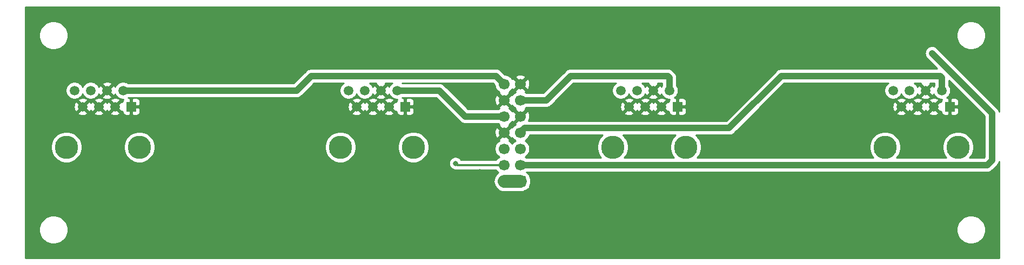
<source format=gbr>
G04 #@! TF.GenerationSoftware,KiCad,Pcbnew,(5.1.5)-3*
G04 #@! TF.CreationDate,2021-03-17T15:19:28-07:00*
G04 #@! TF.ProjectId,Daughterboard,44617567-6874-4657-9262-6f6172642e6b,rev?*
G04 #@! TF.SameCoordinates,Original*
G04 #@! TF.FileFunction,Copper,L2,Bot*
G04 #@! TF.FilePolarity,Positive*
%FSLAX46Y46*%
G04 Gerber Fmt 4.6, Leading zero omitted, Abs format (unit mm)*
G04 Created by KiCad (PCBNEW (5.1.5)-3) date 2021-03-17 15:19:28*
%MOMM*%
%LPD*%
G04 APERTURE LIST*
%ADD10C,1.700000*%
%ADD11C,0.100000*%
%ADD12C,1.500000*%
%ADD13R,1.500000X1.500000*%
%ADD14C,3.650000*%
%ADD15C,0.800000*%
%ADD16C,1.000000*%
%ADD17C,0.300000*%
%ADD18C,2.000000*%
%ADD19C,0.254000*%
G04 APERTURE END LIST*
D10*
X136906000Y-120650000D03*
X136906000Y-123190000D03*
X136906000Y-125730000D03*
X136906000Y-128270000D03*
X136906000Y-130810000D03*
X136906000Y-133350000D03*
X136906000Y-135890000D03*
X139446000Y-120650000D03*
X139446000Y-123190000D03*
X139446000Y-125730000D03*
X139446000Y-128270000D03*
X139446000Y-130810000D03*
X139446000Y-133350000D03*
G04 #@! TA.AperFunction,ComponentPad*
D11*
G36*
X140070504Y-135041204D02*
G01*
X140094773Y-135044804D01*
X140118571Y-135050765D01*
X140141671Y-135059030D01*
X140163849Y-135069520D01*
X140184893Y-135082133D01*
X140204598Y-135096747D01*
X140222777Y-135113223D01*
X140239253Y-135131402D01*
X140253867Y-135151107D01*
X140266480Y-135172151D01*
X140276970Y-135194329D01*
X140285235Y-135217429D01*
X140291196Y-135241227D01*
X140294796Y-135265496D01*
X140296000Y-135290000D01*
X140296000Y-136490000D01*
X140294796Y-136514504D01*
X140291196Y-136538773D01*
X140285235Y-136562571D01*
X140276970Y-136585671D01*
X140266480Y-136607849D01*
X140253867Y-136628893D01*
X140239253Y-136648598D01*
X140222777Y-136666777D01*
X140204598Y-136683253D01*
X140184893Y-136697867D01*
X140163849Y-136710480D01*
X140141671Y-136720970D01*
X140118571Y-136729235D01*
X140094773Y-136735196D01*
X140070504Y-136738796D01*
X140046000Y-136740000D01*
X138846000Y-136740000D01*
X138821496Y-136738796D01*
X138797227Y-136735196D01*
X138773429Y-136729235D01*
X138750329Y-136720970D01*
X138728151Y-136710480D01*
X138707107Y-136697867D01*
X138687402Y-136683253D01*
X138669223Y-136666777D01*
X138652747Y-136648598D01*
X138638133Y-136628893D01*
X138625520Y-136607849D01*
X138615030Y-136585671D01*
X138606765Y-136562571D01*
X138600804Y-136538773D01*
X138597204Y-136514504D01*
X138596000Y-136490000D01*
X138596000Y-135290000D01*
X138597204Y-135265496D01*
X138600804Y-135241227D01*
X138606765Y-135217429D01*
X138615030Y-135194329D01*
X138625520Y-135172151D01*
X138638133Y-135151107D01*
X138652747Y-135131402D01*
X138669223Y-135113223D01*
X138687402Y-135096747D01*
X138707107Y-135082133D01*
X138728151Y-135069520D01*
X138750329Y-135059030D01*
X138773429Y-135050765D01*
X138797227Y-135044804D01*
X138821496Y-135041204D01*
X138846000Y-135040000D01*
X140046000Y-135040000D01*
X140070504Y-135041204D01*
G37*
G04 #@! TD.AperFunction*
D12*
X155194000Y-121666000D03*
X156464000Y-124206000D03*
X157734000Y-121666000D03*
X159004000Y-124206000D03*
X160274000Y-121666000D03*
X161544000Y-124206000D03*
X162814000Y-121666000D03*
D13*
X164084000Y-124206000D03*
D14*
X165354000Y-130556000D03*
X153924000Y-130556000D03*
X196596000Y-130556000D03*
X208026000Y-130556000D03*
D13*
X206756000Y-124206000D03*
D12*
X205486000Y-121666000D03*
X204216000Y-124206000D03*
X202946000Y-121666000D03*
X201676000Y-124206000D03*
X200406000Y-121666000D03*
X199136000Y-124206000D03*
X197866000Y-121666000D03*
X69596000Y-121666000D03*
X70866000Y-124206000D03*
X72136000Y-121666000D03*
X73406000Y-124206000D03*
X74676000Y-121666000D03*
X75946000Y-124206000D03*
X77216000Y-121666000D03*
D13*
X78486000Y-124206000D03*
D14*
X79756000Y-130556000D03*
X68326000Y-130556000D03*
X111252000Y-130556000D03*
X122682000Y-130556000D03*
D13*
X121412000Y-124206000D03*
D12*
X120142000Y-121666000D03*
X118872000Y-124206000D03*
X117602000Y-121666000D03*
X116332000Y-124206000D03*
X115062000Y-121666000D03*
X113792000Y-124206000D03*
X112522000Y-121666000D03*
D15*
X146812000Y-130302000D03*
X150368000Y-124460000D03*
X147828000Y-135636000D03*
X128778000Y-129540000D03*
X127254000Y-128016000D03*
X125730000Y-126238000D03*
X123190000Y-115316000D03*
X120650000Y-113538000D03*
X203962000Y-115824000D03*
X159766000Y-130810000D03*
X134112000Y-123190000D03*
X133096000Y-134366000D03*
X129286000Y-133096000D03*
D16*
X139446000Y-133350000D02*
X212598000Y-133350000D01*
X212598000Y-133350000D02*
X213360000Y-132588000D01*
X213360000Y-132588000D02*
X213360000Y-125222000D01*
X213360000Y-125222000D02*
X203962000Y-115824000D01*
D17*
X129540000Y-133350000D02*
X136906000Y-133350000D01*
X129286000Y-133096000D02*
X129540000Y-133350000D01*
D16*
X77216000Y-121666000D02*
X104394000Y-121666000D01*
X104394000Y-121666000D02*
X106680000Y-119380000D01*
X135636000Y-119380000D02*
X136906000Y-120650000D01*
X106680000Y-119380000D02*
X135636000Y-119380000D01*
X162814000Y-121666000D02*
X162814000Y-119634000D01*
X162814000Y-119634000D02*
X162560000Y-119380000D01*
X162560000Y-119380000D02*
X147320000Y-119380000D01*
X143510000Y-123190000D02*
X139446000Y-123190000D01*
X147320000Y-119380000D02*
X143510000Y-123190000D01*
X120142000Y-121666000D02*
X126746000Y-121666000D01*
X130810000Y-125730000D02*
X136906000Y-125730000D01*
X126746000Y-121666000D02*
X130810000Y-125730000D01*
X205486000Y-119634000D02*
X205486000Y-121666000D01*
X140168469Y-127547531D02*
X172172469Y-127547531D01*
X205232000Y-119380000D02*
X205486000Y-119634000D01*
X139446000Y-128270000D02*
X140168469Y-127547531D01*
X172172469Y-127547531D02*
X180340000Y-119380000D01*
X180340000Y-119380000D02*
X205232000Y-119380000D01*
D18*
X139446000Y-135890000D02*
X136906000Y-135890000D01*
D19*
G36*
X214478000Y-124997600D02*
G01*
X214413676Y-124785553D01*
X214368804Y-124701603D01*
X214308284Y-124588377D01*
X214166449Y-124415551D01*
X214123141Y-124380009D01*
X204725143Y-114982012D01*
X204595622Y-114875717D01*
X204398446Y-114770324D01*
X204184498Y-114705423D01*
X203962000Y-114683509D01*
X203739502Y-114705423D01*
X203525554Y-114770324D01*
X203328378Y-114875717D01*
X203155552Y-115017552D01*
X203013717Y-115190378D01*
X202908324Y-115387554D01*
X202843423Y-115601502D01*
X202821509Y-115824000D01*
X202843423Y-116046498D01*
X202908324Y-116260446D01*
X203013717Y-116457622D01*
X203120012Y-116587143D01*
X204777869Y-118245000D01*
X180395751Y-118245000D01*
X180339999Y-118239509D01*
X180117500Y-118261423D01*
X180067705Y-118276529D01*
X179903553Y-118326324D01*
X179706377Y-118431716D01*
X179533551Y-118573551D01*
X179498009Y-118616859D01*
X171702338Y-126412531D01*
X140765730Y-126412531D01*
X140849371Y-126237117D01*
X140921339Y-125953589D01*
X140936611Y-125661469D01*
X140894599Y-125371981D01*
X140820563Y-125162993D01*
X155686612Y-125162993D01*
X155752137Y-125401860D01*
X155999116Y-125517760D01*
X156263960Y-125583250D01*
X156536492Y-125595812D01*
X156806238Y-125554965D01*
X157062832Y-125462277D01*
X157175863Y-125401860D01*
X157241388Y-125162993D01*
X158226612Y-125162993D01*
X158292137Y-125401860D01*
X158539116Y-125517760D01*
X158803960Y-125583250D01*
X159076492Y-125595812D01*
X159346238Y-125554965D01*
X159602832Y-125462277D01*
X159715863Y-125401860D01*
X159781388Y-125162993D01*
X160766612Y-125162993D01*
X160832137Y-125401860D01*
X161079116Y-125517760D01*
X161343960Y-125583250D01*
X161616492Y-125595812D01*
X161886238Y-125554965D01*
X162142832Y-125462277D01*
X162255863Y-125401860D01*
X162321388Y-125162993D01*
X161544000Y-124385605D01*
X160766612Y-125162993D01*
X159781388Y-125162993D01*
X159004000Y-124385605D01*
X158226612Y-125162993D01*
X157241388Y-125162993D01*
X156464000Y-124385605D01*
X155686612Y-125162993D01*
X140820563Y-125162993D01*
X140796919Y-125096253D01*
X140723472Y-124958843D01*
X140474397Y-124881208D01*
X139625605Y-125730000D01*
X139639748Y-125744143D01*
X139460143Y-125923748D01*
X139446000Y-125909605D01*
X138597208Y-126758397D01*
X138672729Y-127000689D01*
X138499368Y-127116525D01*
X138292525Y-127323368D01*
X138176689Y-127496729D01*
X137934397Y-127421208D01*
X137085605Y-128270000D01*
X137934397Y-129118792D01*
X138176689Y-129043271D01*
X138292525Y-129216632D01*
X138499368Y-129423475D01*
X138673760Y-129540000D01*
X138499368Y-129656525D01*
X138292525Y-129863368D01*
X138176000Y-130037760D01*
X138059475Y-129863368D01*
X137852632Y-129656525D01*
X137679271Y-129540689D01*
X137754792Y-129298397D01*
X136906000Y-128449605D01*
X136057208Y-129298397D01*
X136132729Y-129540689D01*
X135959368Y-129656525D01*
X135752525Y-129863368D01*
X135590010Y-130106589D01*
X135478068Y-130376842D01*
X135421000Y-130663740D01*
X135421000Y-130956260D01*
X135478068Y-131243158D01*
X135590010Y-131513411D01*
X135752525Y-131756632D01*
X135959368Y-131963475D01*
X136133760Y-132080000D01*
X135959368Y-132196525D01*
X135752525Y-132403368D01*
X135644526Y-132565000D01*
X130175981Y-132565000D01*
X130089937Y-132436226D01*
X129945774Y-132292063D01*
X129776256Y-132178795D01*
X129587898Y-132100774D01*
X129387939Y-132061000D01*
X129184061Y-132061000D01*
X128984102Y-132100774D01*
X128795744Y-132178795D01*
X128626226Y-132292063D01*
X128482063Y-132436226D01*
X128368795Y-132605744D01*
X128290774Y-132794102D01*
X128251000Y-132994061D01*
X128251000Y-133197939D01*
X128290774Y-133397898D01*
X128368795Y-133586256D01*
X128482063Y-133755774D01*
X128626226Y-133899937D01*
X128795744Y-134013205D01*
X128984102Y-134091226D01*
X129184061Y-134131000D01*
X129387939Y-134131000D01*
X129412078Y-134126198D01*
X129501439Y-134135000D01*
X129501446Y-134135000D01*
X129539999Y-134138797D01*
X129578552Y-134135000D01*
X135644526Y-134135000D01*
X135752525Y-134296632D01*
X135959368Y-134503475D01*
X135991808Y-134525151D01*
X135744286Y-134728286D01*
X135539969Y-134977248D01*
X135388148Y-135261285D01*
X135294657Y-135569484D01*
X135263089Y-135890000D01*
X135294657Y-136210516D01*
X135388148Y-136518715D01*
X135539969Y-136802752D01*
X135744286Y-137051714D01*
X135993248Y-137256031D01*
X136277285Y-137407852D01*
X136585484Y-137501343D01*
X136825678Y-137525000D01*
X139526322Y-137525000D01*
X139766516Y-137501343D01*
X140074715Y-137407852D01*
X140149501Y-137367878D01*
X140219254Y-137361008D01*
X140385850Y-137310472D01*
X140539386Y-137228405D01*
X140673962Y-137117962D01*
X140784405Y-136983386D01*
X140866472Y-136829850D01*
X140917008Y-136663254D01*
X140923878Y-136593501D01*
X140963852Y-136518715D01*
X141057343Y-136210516D01*
X141088911Y-135890000D01*
X141057343Y-135569484D01*
X140963852Y-135261285D01*
X140923878Y-135186499D01*
X140917008Y-135116746D01*
X140866472Y-134950150D01*
X140784405Y-134796614D01*
X140673962Y-134662038D01*
X140539386Y-134551595D01*
X140414796Y-134485000D01*
X212542249Y-134485000D01*
X212598000Y-134490491D01*
X212653751Y-134485000D01*
X212653752Y-134485000D01*
X212820499Y-134468577D01*
X213034447Y-134403676D01*
X213231623Y-134298284D01*
X213404449Y-134156449D01*
X213439995Y-134113136D01*
X214123140Y-133429992D01*
X214166449Y-133394449D01*
X214308284Y-133221623D01*
X214413676Y-133024447D01*
X214478001Y-132812399D01*
X214478001Y-147930000D01*
X61874000Y-147930000D01*
X61874000Y-143286521D01*
X64024979Y-143286521D01*
X64024979Y-143733479D01*
X64112176Y-144171849D01*
X64283220Y-144584785D01*
X64531536Y-144956417D01*
X64847583Y-145272464D01*
X65219215Y-145520780D01*
X65632151Y-145691824D01*
X66070521Y-145779021D01*
X66517479Y-145779021D01*
X66955849Y-145691824D01*
X67368785Y-145520780D01*
X67740417Y-145272464D01*
X68056464Y-144956417D01*
X68304780Y-144584785D01*
X68475824Y-144171849D01*
X68563021Y-143733479D01*
X68563021Y-143286521D01*
X207788979Y-143286521D01*
X207788979Y-143733479D01*
X207876176Y-144171849D01*
X208047220Y-144584785D01*
X208295536Y-144956417D01*
X208611583Y-145272464D01*
X208983215Y-145520780D01*
X209396151Y-145691824D01*
X209834521Y-145779021D01*
X210281479Y-145779021D01*
X210719849Y-145691824D01*
X211132785Y-145520780D01*
X211504417Y-145272464D01*
X211820464Y-144956417D01*
X212068780Y-144584785D01*
X212239824Y-144171849D01*
X212327021Y-143733479D01*
X212327021Y-143286521D01*
X212239824Y-142848151D01*
X212068780Y-142435215D01*
X211820464Y-142063583D01*
X211504417Y-141747536D01*
X211132785Y-141499220D01*
X210719849Y-141328176D01*
X210281479Y-141240979D01*
X209834521Y-141240979D01*
X209396151Y-141328176D01*
X208983215Y-141499220D01*
X208611583Y-141747536D01*
X208295536Y-142063583D01*
X208047220Y-142435215D01*
X207876176Y-142848151D01*
X207788979Y-143286521D01*
X68563021Y-143286521D01*
X68475824Y-142848151D01*
X68304780Y-142435215D01*
X68056464Y-142063583D01*
X67740417Y-141747536D01*
X67368785Y-141499220D01*
X66955849Y-141328176D01*
X66517479Y-141240979D01*
X66070521Y-141240979D01*
X65632151Y-141328176D01*
X65219215Y-141499220D01*
X64847583Y-141747536D01*
X64531536Y-142063583D01*
X64283220Y-142435215D01*
X64112176Y-142848151D01*
X64024979Y-143286521D01*
X61874000Y-143286521D01*
X61874000Y-130313711D01*
X65866000Y-130313711D01*
X65866000Y-130798289D01*
X65960536Y-131273556D01*
X66145976Y-131721247D01*
X66415193Y-132124159D01*
X66757841Y-132466807D01*
X67160753Y-132736024D01*
X67608444Y-132921464D01*
X68083711Y-133016000D01*
X68568289Y-133016000D01*
X69043556Y-132921464D01*
X69491247Y-132736024D01*
X69894159Y-132466807D01*
X70236807Y-132124159D01*
X70506024Y-131721247D01*
X70691464Y-131273556D01*
X70786000Y-130798289D01*
X70786000Y-130313711D01*
X77296000Y-130313711D01*
X77296000Y-130798289D01*
X77390536Y-131273556D01*
X77575976Y-131721247D01*
X77845193Y-132124159D01*
X78187841Y-132466807D01*
X78590753Y-132736024D01*
X79038444Y-132921464D01*
X79513711Y-133016000D01*
X79998289Y-133016000D01*
X80473556Y-132921464D01*
X80921247Y-132736024D01*
X81324159Y-132466807D01*
X81666807Y-132124159D01*
X81936024Y-131721247D01*
X82121464Y-131273556D01*
X82216000Y-130798289D01*
X82216000Y-130313711D01*
X108792000Y-130313711D01*
X108792000Y-130798289D01*
X108886536Y-131273556D01*
X109071976Y-131721247D01*
X109341193Y-132124159D01*
X109683841Y-132466807D01*
X110086753Y-132736024D01*
X110534444Y-132921464D01*
X111009711Y-133016000D01*
X111494289Y-133016000D01*
X111969556Y-132921464D01*
X112417247Y-132736024D01*
X112820159Y-132466807D01*
X113162807Y-132124159D01*
X113432024Y-131721247D01*
X113617464Y-131273556D01*
X113712000Y-130798289D01*
X113712000Y-130313711D01*
X120222000Y-130313711D01*
X120222000Y-130798289D01*
X120316536Y-131273556D01*
X120501976Y-131721247D01*
X120771193Y-132124159D01*
X121113841Y-132466807D01*
X121516753Y-132736024D01*
X121964444Y-132921464D01*
X122439711Y-133016000D01*
X122924289Y-133016000D01*
X123399556Y-132921464D01*
X123847247Y-132736024D01*
X124250159Y-132466807D01*
X124592807Y-132124159D01*
X124862024Y-131721247D01*
X125047464Y-131273556D01*
X125142000Y-130798289D01*
X125142000Y-130313711D01*
X125047464Y-129838444D01*
X124862024Y-129390753D01*
X124592807Y-128987841D01*
X124250159Y-128645193D01*
X123847247Y-128375976D01*
X123756847Y-128338531D01*
X135415389Y-128338531D01*
X135457401Y-128628019D01*
X135555081Y-128903747D01*
X135628528Y-129041157D01*
X135877603Y-129118792D01*
X136726395Y-128270000D01*
X135877603Y-127421208D01*
X135628528Y-127498843D01*
X135502629Y-127762883D01*
X135430661Y-128046411D01*
X135415389Y-128338531D01*
X123756847Y-128338531D01*
X123399556Y-128190536D01*
X122924289Y-128096000D01*
X122439711Y-128096000D01*
X121964444Y-128190536D01*
X121516753Y-128375976D01*
X121113841Y-128645193D01*
X120771193Y-128987841D01*
X120501976Y-129390753D01*
X120316536Y-129838444D01*
X120222000Y-130313711D01*
X113712000Y-130313711D01*
X113617464Y-129838444D01*
X113432024Y-129390753D01*
X113162807Y-128987841D01*
X112820159Y-128645193D01*
X112417247Y-128375976D01*
X111969556Y-128190536D01*
X111494289Y-128096000D01*
X111009711Y-128096000D01*
X110534444Y-128190536D01*
X110086753Y-128375976D01*
X109683841Y-128645193D01*
X109341193Y-128987841D01*
X109071976Y-129390753D01*
X108886536Y-129838444D01*
X108792000Y-130313711D01*
X82216000Y-130313711D01*
X82121464Y-129838444D01*
X81936024Y-129390753D01*
X81666807Y-128987841D01*
X81324159Y-128645193D01*
X80921247Y-128375976D01*
X80473556Y-128190536D01*
X79998289Y-128096000D01*
X79513711Y-128096000D01*
X79038444Y-128190536D01*
X78590753Y-128375976D01*
X78187841Y-128645193D01*
X77845193Y-128987841D01*
X77575976Y-129390753D01*
X77390536Y-129838444D01*
X77296000Y-130313711D01*
X70786000Y-130313711D01*
X70691464Y-129838444D01*
X70506024Y-129390753D01*
X70236807Y-128987841D01*
X69894159Y-128645193D01*
X69491247Y-128375976D01*
X69043556Y-128190536D01*
X68568289Y-128096000D01*
X68083711Y-128096000D01*
X67608444Y-128190536D01*
X67160753Y-128375976D01*
X66757841Y-128645193D01*
X66415193Y-128987841D01*
X66145976Y-129390753D01*
X65960536Y-129838444D01*
X65866000Y-130313711D01*
X61874000Y-130313711D01*
X61874000Y-125162993D01*
X70088612Y-125162993D01*
X70154137Y-125401860D01*
X70401116Y-125517760D01*
X70665960Y-125583250D01*
X70938492Y-125595812D01*
X71208238Y-125554965D01*
X71464832Y-125462277D01*
X71577863Y-125401860D01*
X71643388Y-125162993D01*
X72628612Y-125162993D01*
X72694137Y-125401860D01*
X72941116Y-125517760D01*
X73205960Y-125583250D01*
X73478492Y-125595812D01*
X73748238Y-125554965D01*
X74004832Y-125462277D01*
X74117863Y-125401860D01*
X74183388Y-125162993D01*
X75168612Y-125162993D01*
X75234137Y-125401860D01*
X75481116Y-125517760D01*
X75745960Y-125583250D01*
X76018492Y-125595812D01*
X76288238Y-125554965D01*
X76544832Y-125462277D01*
X76657863Y-125401860D01*
X76723388Y-125162993D01*
X75946000Y-124385605D01*
X75168612Y-125162993D01*
X74183388Y-125162993D01*
X73406000Y-124385605D01*
X72628612Y-125162993D01*
X71643388Y-125162993D01*
X70866000Y-124385605D01*
X70088612Y-125162993D01*
X61874000Y-125162993D01*
X61874000Y-124278492D01*
X69476188Y-124278492D01*
X69517035Y-124548238D01*
X69609723Y-124804832D01*
X69670140Y-124917863D01*
X69909007Y-124983388D01*
X70686395Y-124206000D01*
X71045605Y-124206000D01*
X71822993Y-124983388D01*
X72061860Y-124917863D01*
X72134578Y-124762904D01*
X72149723Y-124804832D01*
X72210140Y-124917863D01*
X72449007Y-124983388D01*
X73226395Y-124206000D01*
X73585605Y-124206000D01*
X74362993Y-124983388D01*
X74601860Y-124917863D01*
X74674578Y-124762904D01*
X74689723Y-124804832D01*
X74750140Y-124917863D01*
X74989007Y-124983388D01*
X75766395Y-124206000D01*
X74989007Y-123428612D01*
X74750140Y-123494137D01*
X74677422Y-123649096D01*
X74662277Y-123607168D01*
X74601860Y-123494137D01*
X74362993Y-123428612D01*
X73585605Y-124206000D01*
X73226395Y-124206000D01*
X72449007Y-123428612D01*
X72210140Y-123494137D01*
X72137422Y-123649096D01*
X72122277Y-123607168D01*
X72061860Y-123494137D01*
X71822993Y-123428612D01*
X71045605Y-124206000D01*
X70686395Y-124206000D01*
X69909007Y-123428612D01*
X69670140Y-123494137D01*
X69554240Y-123741116D01*
X69488750Y-124005960D01*
X69476188Y-124278492D01*
X61874000Y-124278492D01*
X61874000Y-123249007D01*
X70088612Y-123249007D01*
X70866000Y-124026395D01*
X71643388Y-123249007D01*
X72628612Y-123249007D01*
X73406000Y-124026395D01*
X74183388Y-123249007D01*
X75168612Y-123249007D01*
X75946000Y-124026395D01*
X76723388Y-123249007D01*
X76657863Y-123010140D01*
X76410884Y-122894240D01*
X76146040Y-122828750D01*
X75873508Y-122816188D01*
X75603762Y-122857035D01*
X75347168Y-122949723D01*
X75234137Y-123010140D01*
X75168612Y-123249007D01*
X74183388Y-123249007D01*
X74117863Y-123010140D01*
X73870884Y-122894240D01*
X73606040Y-122828750D01*
X73333508Y-122816188D01*
X73063762Y-122857035D01*
X72807168Y-122949723D01*
X72694137Y-123010140D01*
X72628612Y-123249007D01*
X71643388Y-123249007D01*
X71577863Y-123010140D01*
X71330884Y-122894240D01*
X71066040Y-122828750D01*
X70793508Y-122816188D01*
X70523762Y-122857035D01*
X70267168Y-122949723D01*
X70154137Y-123010140D01*
X70088612Y-123249007D01*
X61874000Y-123249007D01*
X61874000Y-121529589D01*
X68211000Y-121529589D01*
X68211000Y-121802411D01*
X68264225Y-122069989D01*
X68368629Y-122322043D01*
X68520201Y-122548886D01*
X68713114Y-122741799D01*
X68939957Y-122893371D01*
X69192011Y-122997775D01*
X69459589Y-123051000D01*
X69732411Y-123051000D01*
X69999989Y-122997775D01*
X70252043Y-122893371D01*
X70478886Y-122741799D01*
X70671799Y-122548886D01*
X70823371Y-122322043D01*
X70866000Y-122219127D01*
X70908629Y-122322043D01*
X71060201Y-122548886D01*
X71253114Y-122741799D01*
X71479957Y-122893371D01*
X71732011Y-122997775D01*
X71999589Y-123051000D01*
X72272411Y-123051000D01*
X72539989Y-122997775D01*
X72792043Y-122893371D01*
X73018886Y-122741799D01*
X73137692Y-122622993D01*
X73898612Y-122622993D01*
X73964137Y-122861860D01*
X74211116Y-122977760D01*
X74475960Y-123043250D01*
X74748492Y-123055812D01*
X75018238Y-123014965D01*
X75274832Y-122922277D01*
X75387863Y-122861860D01*
X75453388Y-122622993D01*
X74676000Y-121845605D01*
X73898612Y-122622993D01*
X73137692Y-122622993D01*
X73211799Y-122548886D01*
X73363371Y-122322043D01*
X73404511Y-122222721D01*
X73419723Y-122264832D01*
X73480140Y-122377863D01*
X73719007Y-122443388D01*
X74496395Y-121666000D01*
X74855605Y-121666000D01*
X75632993Y-122443388D01*
X75871860Y-122377863D01*
X75946164Y-122219523D01*
X75988629Y-122322043D01*
X76140201Y-122548886D01*
X76333114Y-122741799D01*
X76559957Y-122893371D01*
X76812011Y-122997775D01*
X77079589Y-123051000D01*
X77246912Y-123051000D01*
X77205463Y-123101506D01*
X77146498Y-123211820D01*
X77110188Y-123331518D01*
X77097928Y-123456000D01*
X77098101Y-123482133D01*
X76902993Y-123428612D01*
X76125605Y-124206000D01*
X76902993Y-124983388D01*
X77098101Y-124929867D01*
X77097928Y-124956000D01*
X77110188Y-125080482D01*
X77146498Y-125200180D01*
X77205463Y-125310494D01*
X77284815Y-125407185D01*
X77381506Y-125486537D01*
X77491820Y-125545502D01*
X77611518Y-125581812D01*
X77736000Y-125594072D01*
X78200250Y-125591000D01*
X78359000Y-125432250D01*
X78359000Y-124333000D01*
X78613000Y-124333000D01*
X78613000Y-125432250D01*
X78771750Y-125591000D01*
X79236000Y-125594072D01*
X79360482Y-125581812D01*
X79480180Y-125545502D01*
X79590494Y-125486537D01*
X79687185Y-125407185D01*
X79766537Y-125310494D01*
X79825502Y-125200180D01*
X79836782Y-125162993D01*
X113014612Y-125162993D01*
X113080137Y-125401860D01*
X113327116Y-125517760D01*
X113591960Y-125583250D01*
X113864492Y-125595812D01*
X114134238Y-125554965D01*
X114390832Y-125462277D01*
X114503863Y-125401860D01*
X114569388Y-125162993D01*
X115554612Y-125162993D01*
X115620137Y-125401860D01*
X115867116Y-125517760D01*
X116131960Y-125583250D01*
X116404492Y-125595812D01*
X116674238Y-125554965D01*
X116930832Y-125462277D01*
X117043863Y-125401860D01*
X117109388Y-125162993D01*
X118094612Y-125162993D01*
X118160137Y-125401860D01*
X118407116Y-125517760D01*
X118671960Y-125583250D01*
X118944492Y-125595812D01*
X119214238Y-125554965D01*
X119470832Y-125462277D01*
X119583863Y-125401860D01*
X119649388Y-125162993D01*
X118872000Y-124385605D01*
X118094612Y-125162993D01*
X117109388Y-125162993D01*
X116332000Y-124385605D01*
X115554612Y-125162993D01*
X114569388Y-125162993D01*
X113792000Y-124385605D01*
X113014612Y-125162993D01*
X79836782Y-125162993D01*
X79861812Y-125080482D01*
X79874072Y-124956000D01*
X79871000Y-124491750D01*
X79712250Y-124333000D01*
X78613000Y-124333000D01*
X78359000Y-124333000D01*
X78339000Y-124333000D01*
X78339000Y-124278492D01*
X112402188Y-124278492D01*
X112443035Y-124548238D01*
X112535723Y-124804832D01*
X112596140Y-124917863D01*
X112835007Y-124983388D01*
X113612395Y-124206000D01*
X113971605Y-124206000D01*
X114748993Y-124983388D01*
X114987860Y-124917863D01*
X115060578Y-124762904D01*
X115075723Y-124804832D01*
X115136140Y-124917863D01*
X115375007Y-124983388D01*
X116152395Y-124206000D01*
X116511605Y-124206000D01*
X117288993Y-124983388D01*
X117527860Y-124917863D01*
X117600578Y-124762904D01*
X117615723Y-124804832D01*
X117676140Y-124917863D01*
X117915007Y-124983388D01*
X118692395Y-124206000D01*
X117915007Y-123428612D01*
X117676140Y-123494137D01*
X117603422Y-123649096D01*
X117588277Y-123607168D01*
X117527860Y-123494137D01*
X117288993Y-123428612D01*
X116511605Y-124206000D01*
X116152395Y-124206000D01*
X115375007Y-123428612D01*
X115136140Y-123494137D01*
X115063422Y-123649096D01*
X115048277Y-123607168D01*
X114987860Y-123494137D01*
X114748993Y-123428612D01*
X113971605Y-124206000D01*
X113612395Y-124206000D01*
X112835007Y-123428612D01*
X112596140Y-123494137D01*
X112480240Y-123741116D01*
X112414750Y-124005960D01*
X112402188Y-124278492D01*
X78339000Y-124278492D01*
X78339000Y-124079000D01*
X78359000Y-124079000D01*
X78359000Y-122979750D01*
X78613000Y-122979750D01*
X78613000Y-124079000D01*
X79712250Y-124079000D01*
X79871000Y-123920250D01*
X79874072Y-123456000D01*
X79861812Y-123331518D01*
X79836783Y-123249007D01*
X113014612Y-123249007D01*
X113792000Y-124026395D01*
X114569388Y-123249007D01*
X115554612Y-123249007D01*
X116332000Y-124026395D01*
X117109388Y-123249007D01*
X118094612Y-123249007D01*
X118872000Y-124026395D01*
X119649388Y-123249007D01*
X119583863Y-123010140D01*
X119336884Y-122894240D01*
X119072040Y-122828750D01*
X118799508Y-122816188D01*
X118529762Y-122857035D01*
X118273168Y-122949723D01*
X118160137Y-123010140D01*
X118094612Y-123249007D01*
X117109388Y-123249007D01*
X117043863Y-123010140D01*
X116796884Y-122894240D01*
X116532040Y-122828750D01*
X116259508Y-122816188D01*
X115989762Y-122857035D01*
X115733168Y-122949723D01*
X115620137Y-123010140D01*
X115554612Y-123249007D01*
X114569388Y-123249007D01*
X114503863Y-123010140D01*
X114256884Y-122894240D01*
X113992040Y-122828750D01*
X113719508Y-122816188D01*
X113449762Y-122857035D01*
X113193168Y-122949723D01*
X113080137Y-123010140D01*
X113014612Y-123249007D01*
X79836783Y-123249007D01*
X79825502Y-123211820D01*
X79766537Y-123101506D01*
X79687185Y-123004815D01*
X79590494Y-122925463D01*
X79480180Y-122866498D01*
X79360482Y-122830188D01*
X79236000Y-122817928D01*
X78771750Y-122821000D01*
X78613000Y-122979750D01*
X78359000Y-122979750D01*
X78200250Y-122821000D01*
X77982510Y-122819559D01*
X78010286Y-122801000D01*
X104338249Y-122801000D01*
X104394000Y-122806491D01*
X104449751Y-122801000D01*
X104449752Y-122801000D01*
X104616499Y-122784577D01*
X104830447Y-122719676D01*
X105027623Y-122614284D01*
X105200449Y-122472449D01*
X105235996Y-122429135D01*
X107150132Y-120515000D01*
X111751660Y-120515000D01*
X111639114Y-120590201D01*
X111446201Y-120783114D01*
X111294629Y-121009957D01*
X111190225Y-121262011D01*
X111137000Y-121529589D01*
X111137000Y-121802411D01*
X111190225Y-122069989D01*
X111294629Y-122322043D01*
X111446201Y-122548886D01*
X111639114Y-122741799D01*
X111865957Y-122893371D01*
X112118011Y-122997775D01*
X112385589Y-123051000D01*
X112658411Y-123051000D01*
X112925989Y-122997775D01*
X113178043Y-122893371D01*
X113404886Y-122741799D01*
X113597799Y-122548886D01*
X113749371Y-122322043D01*
X113792000Y-122219127D01*
X113834629Y-122322043D01*
X113986201Y-122548886D01*
X114179114Y-122741799D01*
X114405957Y-122893371D01*
X114658011Y-122997775D01*
X114925589Y-123051000D01*
X115198411Y-123051000D01*
X115465989Y-122997775D01*
X115718043Y-122893371D01*
X115944886Y-122741799D01*
X116063692Y-122622993D01*
X116824612Y-122622993D01*
X116890137Y-122861860D01*
X117137116Y-122977760D01*
X117401960Y-123043250D01*
X117674492Y-123055812D01*
X117944238Y-123014965D01*
X118200832Y-122922277D01*
X118313863Y-122861860D01*
X118379388Y-122622993D01*
X117602000Y-121845605D01*
X116824612Y-122622993D01*
X116063692Y-122622993D01*
X116137799Y-122548886D01*
X116289371Y-122322043D01*
X116330511Y-122222721D01*
X116345723Y-122264832D01*
X116406140Y-122377863D01*
X116645007Y-122443388D01*
X117422395Y-121666000D01*
X116645007Y-120888612D01*
X116406140Y-120954137D01*
X116331836Y-121112477D01*
X116289371Y-121009957D01*
X116137799Y-120783114D01*
X115944886Y-120590201D01*
X115832340Y-120515000D01*
X116877831Y-120515000D01*
X116824612Y-120709007D01*
X117602000Y-121486395D01*
X118379388Y-120709007D01*
X118326169Y-120515000D01*
X119371660Y-120515000D01*
X119259114Y-120590201D01*
X119066201Y-120783114D01*
X118914629Y-121009957D01*
X118873489Y-121109279D01*
X118858277Y-121067168D01*
X118797860Y-120954137D01*
X118558993Y-120888612D01*
X117781605Y-121666000D01*
X118558993Y-122443388D01*
X118797860Y-122377863D01*
X118872164Y-122219523D01*
X118914629Y-122322043D01*
X119066201Y-122548886D01*
X119259114Y-122741799D01*
X119485957Y-122893371D01*
X119738011Y-122997775D01*
X120005589Y-123051000D01*
X120172912Y-123051000D01*
X120131463Y-123101506D01*
X120072498Y-123211820D01*
X120036188Y-123331518D01*
X120023928Y-123456000D01*
X120024101Y-123482133D01*
X119828993Y-123428612D01*
X119051605Y-124206000D01*
X119828993Y-124983388D01*
X120024101Y-124929867D01*
X120023928Y-124956000D01*
X120036188Y-125080482D01*
X120072498Y-125200180D01*
X120131463Y-125310494D01*
X120210815Y-125407185D01*
X120307506Y-125486537D01*
X120417820Y-125545502D01*
X120537518Y-125581812D01*
X120662000Y-125594072D01*
X121126250Y-125591000D01*
X121285000Y-125432250D01*
X121285000Y-124333000D01*
X121539000Y-124333000D01*
X121539000Y-125432250D01*
X121697750Y-125591000D01*
X122162000Y-125594072D01*
X122286482Y-125581812D01*
X122406180Y-125545502D01*
X122516494Y-125486537D01*
X122613185Y-125407185D01*
X122692537Y-125310494D01*
X122751502Y-125200180D01*
X122787812Y-125080482D01*
X122800072Y-124956000D01*
X122797000Y-124491750D01*
X122638250Y-124333000D01*
X121539000Y-124333000D01*
X121285000Y-124333000D01*
X121265000Y-124333000D01*
X121265000Y-124079000D01*
X121285000Y-124079000D01*
X121285000Y-122979750D01*
X121539000Y-122979750D01*
X121539000Y-124079000D01*
X122638250Y-124079000D01*
X122797000Y-123920250D01*
X122800072Y-123456000D01*
X122787812Y-123331518D01*
X122751502Y-123211820D01*
X122692537Y-123101506D01*
X122613185Y-123004815D01*
X122516494Y-122925463D01*
X122406180Y-122866498D01*
X122286482Y-122830188D01*
X122162000Y-122817928D01*
X121697750Y-122821000D01*
X121539000Y-122979750D01*
X121285000Y-122979750D01*
X121126250Y-122821000D01*
X120908510Y-122819559D01*
X120936286Y-122801000D01*
X126275869Y-122801000D01*
X129968009Y-126493141D01*
X130003551Y-126536449D01*
X130176377Y-126678284D01*
X130293865Y-126741082D01*
X130373553Y-126783676D01*
X130587501Y-126848577D01*
X130810000Y-126870491D01*
X130865751Y-126865000D01*
X135940893Y-126865000D01*
X135959368Y-126883475D01*
X136132729Y-126999311D01*
X136057208Y-127241603D01*
X136906000Y-128090395D01*
X137754792Y-127241603D01*
X137679271Y-126999311D01*
X137852632Y-126883475D01*
X138059475Y-126676632D01*
X138175311Y-126503271D01*
X138417603Y-126578792D01*
X139266395Y-125730000D01*
X138417603Y-124881208D01*
X138175311Y-124956729D01*
X138059475Y-124783368D01*
X137852632Y-124576525D01*
X137679271Y-124460689D01*
X137754792Y-124218397D01*
X136906000Y-123369605D01*
X136057208Y-124218397D01*
X136132729Y-124460689D01*
X135959368Y-124576525D01*
X135940893Y-124595000D01*
X131280132Y-124595000D01*
X129943663Y-123258531D01*
X135415389Y-123258531D01*
X135457401Y-123548019D01*
X135555081Y-123823747D01*
X135628528Y-123961157D01*
X135877603Y-124038792D01*
X136726395Y-123190000D01*
X137085605Y-123190000D01*
X137934397Y-124038792D01*
X138176689Y-123963271D01*
X138292525Y-124136632D01*
X138499368Y-124343475D01*
X138672729Y-124459311D01*
X138597208Y-124701603D01*
X139446000Y-125550395D01*
X140294792Y-124701603D01*
X140219271Y-124459311D01*
X140392632Y-124343475D01*
X140411107Y-124325000D01*
X143454249Y-124325000D01*
X143510000Y-124330491D01*
X143565751Y-124325000D01*
X143565752Y-124325000D01*
X143732499Y-124308577D01*
X143831675Y-124278492D01*
X155074188Y-124278492D01*
X155115035Y-124548238D01*
X155207723Y-124804832D01*
X155268140Y-124917863D01*
X155507007Y-124983388D01*
X156284395Y-124206000D01*
X156643605Y-124206000D01*
X157420993Y-124983388D01*
X157659860Y-124917863D01*
X157732578Y-124762904D01*
X157747723Y-124804832D01*
X157808140Y-124917863D01*
X158047007Y-124983388D01*
X158824395Y-124206000D01*
X159183605Y-124206000D01*
X159960993Y-124983388D01*
X160199860Y-124917863D01*
X160272578Y-124762904D01*
X160287723Y-124804832D01*
X160348140Y-124917863D01*
X160587007Y-124983388D01*
X161364395Y-124206000D01*
X160587007Y-123428612D01*
X160348140Y-123494137D01*
X160275422Y-123649096D01*
X160260277Y-123607168D01*
X160199860Y-123494137D01*
X159960993Y-123428612D01*
X159183605Y-124206000D01*
X158824395Y-124206000D01*
X158047007Y-123428612D01*
X157808140Y-123494137D01*
X157735422Y-123649096D01*
X157720277Y-123607168D01*
X157659860Y-123494137D01*
X157420993Y-123428612D01*
X156643605Y-124206000D01*
X156284395Y-124206000D01*
X155507007Y-123428612D01*
X155268140Y-123494137D01*
X155152240Y-123741116D01*
X155086750Y-124005960D01*
X155074188Y-124278492D01*
X143831675Y-124278492D01*
X143946447Y-124243676D01*
X144143623Y-124138284D01*
X144316449Y-123996449D01*
X144351996Y-123953135D01*
X145056124Y-123249007D01*
X155686612Y-123249007D01*
X156464000Y-124026395D01*
X157241388Y-123249007D01*
X158226612Y-123249007D01*
X159004000Y-124026395D01*
X159781388Y-123249007D01*
X160766612Y-123249007D01*
X161544000Y-124026395D01*
X162321388Y-123249007D01*
X162255863Y-123010140D01*
X162008884Y-122894240D01*
X161744040Y-122828750D01*
X161471508Y-122816188D01*
X161201762Y-122857035D01*
X160945168Y-122949723D01*
X160832137Y-123010140D01*
X160766612Y-123249007D01*
X159781388Y-123249007D01*
X159715863Y-123010140D01*
X159468884Y-122894240D01*
X159204040Y-122828750D01*
X158931508Y-122816188D01*
X158661762Y-122857035D01*
X158405168Y-122949723D01*
X158292137Y-123010140D01*
X158226612Y-123249007D01*
X157241388Y-123249007D01*
X157175863Y-123010140D01*
X156928884Y-122894240D01*
X156664040Y-122828750D01*
X156391508Y-122816188D01*
X156121762Y-122857035D01*
X155865168Y-122949723D01*
X155752137Y-123010140D01*
X155686612Y-123249007D01*
X145056124Y-123249007D01*
X147790133Y-120515000D01*
X154423660Y-120515000D01*
X154311114Y-120590201D01*
X154118201Y-120783114D01*
X153966629Y-121009957D01*
X153862225Y-121262011D01*
X153809000Y-121529589D01*
X153809000Y-121802411D01*
X153862225Y-122069989D01*
X153966629Y-122322043D01*
X154118201Y-122548886D01*
X154311114Y-122741799D01*
X154537957Y-122893371D01*
X154790011Y-122997775D01*
X155057589Y-123051000D01*
X155330411Y-123051000D01*
X155597989Y-122997775D01*
X155850043Y-122893371D01*
X156076886Y-122741799D01*
X156269799Y-122548886D01*
X156421371Y-122322043D01*
X156464000Y-122219127D01*
X156506629Y-122322043D01*
X156658201Y-122548886D01*
X156851114Y-122741799D01*
X157077957Y-122893371D01*
X157330011Y-122997775D01*
X157597589Y-123051000D01*
X157870411Y-123051000D01*
X158137989Y-122997775D01*
X158390043Y-122893371D01*
X158616886Y-122741799D01*
X158735692Y-122622993D01*
X159496612Y-122622993D01*
X159562137Y-122861860D01*
X159809116Y-122977760D01*
X160073960Y-123043250D01*
X160346492Y-123055812D01*
X160616238Y-123014965D01*
X160872832Y-122922277D01*
X160985863Y-122861860D01*
X161051388Y-122622993D01*
X160274000Y-121845605D01*
X159496612Y-122622993D01*
X158735692Y-122622993D01*
X158809799Y-122548886D01*
X158961371Y-122322043D01*
X159002511Y-122222721D01*
X159017723Y-122264832D01*
X159078140Y-122377863D01*
X159317007Y-122443388D01*
X160094395Y-121666000D01*
X159317007Y-120888612D01*
X159078140Y-120954137D01*
X159003836Y-121112477D01*
X158961371Y-121009957D01*
X158809799Y-120783114D01*
X158616886Y-120590201D01*
X158504340Y-120515000D01*
X159549831Y-120515000D01*
X159496612Y-120709007D01*
X160274000Y-121486395D01*
X161051388Y-120709007D01*
X160998169Y-120515000D01*
X161679001Y-120515000D01*
X161679000Y-120871714D01*
X161586629Y-121009957D01*
X161545489Y-121109279D01*
X161530277Y-121067168D01*
X161469860Y-120954137D01*
X161230993Y-120888612D01*
X160453605Y-121666000D01*
X161230993Y-122443388D01*
X161469860Y-122377863D01*
X161544164Y-122219523D01*
X161586629Y-122322043D01*
X161738201Y-122548886D01*
X161931114Y-122741799D01*
X162157957Y-122893371D01*
X162410011Y-122997775D01*
X162677589Y-123051000D01*
X162844912Y-123051000D01*
X162803463Y-123101506D01*
X162744498Y-123211820D01*
X162708188Y-123331518D01*
X162695928Y-123456000D01*
X162696101Y-123482133D01*
X162500993Y-123428612D01*
X161723605Y-124206000D01*
X162500993Y-124983388D01*
X162696101Y-124929867D01*
X162695928Y-124956000D01*
X162708188Y-125080482D01*
X162744498Y-125200180D01*
X162803463Y-125310494D01*
X162882815Y-125407185D01*
X162979506Y-125486537D01*
X163089820Y-125545502D01*
X163209518Y-125581812D01*
X163334000Y-125594072D01*
X163798250Y-125591000D01*
X163957000Y-125432250D01*
X163957000Y-124333000D01*
X164211000Y-124333000D01*
X164211000Y-125432250D01*
X164369750Y-125591000D01*
X164834000Y-125594072D01*
X164958482Y-125581812D01*
X165078180Y-125545502D01*
X165188494Y-125486537D01*
X165285185Y-125407185D01*
X165364537Y-125310494D01*
X165423502Y-125200180D01*
X165459812Y-125080482D01*
X165472072Y-124956000D01*
X165469000Y-124491750D01*
X165310250Y-124333000D01*
X164211000Y-124333000D01*
X163957000Y-124333000D01*
X163937000Y-124333000D01*
X163937000Y-124079000D01*
X163957000Y-124079000D01*
X163957000Y-122979750D01*
X164211000Y-122979750D01*
X164211000Y-124079000D01*
X165310250Y-124079000D01*
X165469000Y-123920250D01*
X165472072Y-123456000D01*
X165459812Y-123331518D01*
X165423502Y-123211820D01*
X165364537Y-123101506D01*
X165285185Y-123004815D01*
X165188494Y-122925463D01*
X165078180Y-122866498D01*
X164958482Y-122830188D01*
X164834000Y-122817928D01*
X164369750Y-122821000D01*
X164211000Y-122979750D01*
X163957000Y-122979750D01*
X163798250Y-122821000D01*
X163580510Y-122819559D01*
X163696886Y-122741799D01*
X163889799Y-122548886D01*
X164041371Y-122322043D01*
X164145775Y-122069989D01*
X164199000Y-121802411D01*
X164199000Y-121529589D01*
X164145775Y-121262011D01*
X164041371Y-121009957D01*
X163949000Y-120871714D01*
X163949000Y-119689741D01*
X163954490Y-119633999D01*
X163949000Y-119578257D01*
X163949000Y-119578248D01*
X163932577Y-119411501D01*
X163867676Y-119197553D01*
X163762284Y-119000377D01*
X163620449Y-118827551D01*
X163577135Y-118792004D01*
X163401996Y-118616865D01*
X163366449Y-118573551D01*
X163193623Y-118431716D01*
X162996447Y-118326324D01*
X162782499Y-118261423D01*
X162615752Y-118245000D01*
X162615751Y-118245000D01*
X162560000Y-118239509D01*
X162504249Y-118245000D01*
X147375752Y-118245000D01*
X147320000Y-118239509D01*
X147097501Y-118261423D01*
X146883553Y-118326324D01*
X146686377Y-118431716D01*
X146556856Y-118538011D01*
X146556855Y-118538012D01*
X146513551Y-118573551D01*
X146478013Y-118616854D01*
X143039869Y-122055000D01*
X140411107Y-122055000D01*
X140392632Y-122036525D01*
X140219271Y-121920689D01*
X140294792Y-121678397D01*
X139446000Y-120829605D01*
X138597208Y-121678397D01*
X138672729Y-121920689D01*
X138499368Y-122036525D01*
X138292525Y-122243368D01*
X138176689Y-122416729D01*
X137934397Y-122341208D01*
X137085605Y-123190000D01*
X136726395Y-123190000D01*
X135877603Y-122341208D01*
X135628528Y-122418843D01*
X135502629Y-122682883D01*
X135430661Y-122966411D01*
X135415389Y-123258531D01*
X129943663Y-123258531D01*
X127587996Y-120902865D01*
X127552449Y-120859551D01*
X127379623Y-120717716D01*
X127182447Y-120612324D01*
X126968499Y-120547423D01*
X126801752Y-120531000D01*
X126801751Y-120531000D01*
X126746000Y-120525509D01*
X126690249Y-120531000D01*
X120936286Y-120531000D01*
X120912340Y-120515000D01*
X135165869Y-120515000D01*
X135421000Y-120770131D01*
X135421000Y-120796260D01*
X135478068Y-121083158D01*
X135590010Y-121353411D01*
X135752525Y-121596632D01*
X135959368Y-121803475D01*
X136132729Y-121919311D01*
X136057208Y-122161603D01*
X136906000Y-123010395D01*
X137754792Y-122161603D01*
X137679271Y-121919311D01*
X137852632Y-121803475D01*
X138059475Y-121596632D01*
X138175311Y-121423271D01*
X138417603Y-121498792D01*
X139266395Y-120650000D01*
X139625605Y-120650000D01*
X140474397Y-121498792D01*
X140723472Y-121421157D01*
X140849371Y-121157117D01*
X140921339Y-120873589D01*
X140936611Y-120581469D01*
X140894599Y-120291981D01*
X140796919Y-120016253D01*
X140723472Y-119878843D01*
X140474397Y-119801208D01*
X139625605Y-120650000D01*
X139266395Y-120650000D01*
X138417603Y-119801208D01*
X138175311Y-119876729D01*
X138059475Y-119703368D01*
X137977710Y-119621603D01*
X138597208Y-119621603D01*
X139446000Y-120470395D01*
X140294792Y-119621603D01*
X140217157Y-119372528D01*
X139953117Y-119246629D01*
X139669589Y-119174661D01*
X139377469Y-119159389D01*
X139087981Y-119201401D01*
X138812253Y-119299081D01*
X138674843Y-119372528D01*
X138597208Y-119621603D01*
X137977710Y-119621603D01*
X137852632Y-119496525D01*
X137609411Y-119334010D01*
X137339158Y-119222068D01*
X137052260Y-119165000D01*
X137026131Y-119165000D01*
X136477996Y-118616865D01*
X136442449Y-118573551D01*
X136269623Y-118431716D01*
X136072447Y-118326324D01*
X135858499Y-118261423D01*
X135691752Y-118245000D01*
X135691751Y-118245000D01*
X135636000Y-118239509D01*
X135580249Y-118245000D01*
X106735743Y-118245000D01*
X106679999Y-118239510D01*
X106624255Y-118245000D01*
X106624248Y-118245000D01*
X106478493Y-118259356D01*
X106457500Y-118261423D01*
X106407705Y-118276529D01*
X106243553Y-118326324D01*
X106046377Y-118431716D01*
X105873551Y-118573551D01*
X105838009Y-118616859D01*
X103923869Y-120531000D01*
X78010286Y-120531000D01*
X77872043Y-120438629D01*
X77619989Y-120334225D01*
X77352411Y-120281000D01*
X77079589Y-120281000D01*
X76812011Y-120334225D01*
X76559957Y-120438629D01*
X76333114Y-120590201D01*
X76140201Y-120783114D01*
X75988629Y-121009957D01*
X75947489Y-121109279D01*
X75932277Y-121067168D01*
X75871860Y-120954137D01*
X75632993Y-120888612D01*
X74855605Y-121666000D01*
X74496395Y-121666000D01*
X73719007Y-120888612D01*
X73480140Y-120954137D01*
X73405836Y-121112477D01*
X73363371Y-121009957D01*
X73211799Y-120783114D01*
X73137692Y-120709007D01*
X73898612Y-120709007D01*
X74676000Y-121486395D01*
X75453388Y-120709007D01*
X75387863Y-120470140D01*
X75140884Y-120354240D01*
X74876040Y-120288750D01*
X74603508Y-120276188D01*
X74333762Y-120317035D01*
X74077168Y-120409723D01*
X73964137Y-120470140D01*
X73898612Y-120709007D01*
X73137692Y-120709007D01*
X73018886Y-120590201D01*
X72792043Y-120438629D01*
X72539989Y-120334225D01*
X72272411Y-120281000D01*
X71999589Y-120281000D01*
X71732011Y-120334225D01*
X71479957Y-120438629D01*
X71253114Y-120590201D01*
X71060201Y-120783114D01*
X70908629Y-121009957D01*
X70866000Y-121112873D01*
X70823371Y-121009957D01*
X70671799Y-120783114D01*
X70478886Y-120590201D01*
X70252043Y-120438629D01*
X69999989Y-120334225D01*
X69732411Y-120281000D01*
X69459589Y-120281000D01*
X69192011Y-120334225D01*
X68939957Y-120438629D01*
X68713114Y-120590201D01*
X68520201Y-120783114D01*
X68368629Y-121009957D01*
X68264225Y-121262011D01*
X68211000Y-121529589D01*
X61874000Y-121529589D01*
X61874000Y-112806521D01*
X64024979Y-112806521D01*
X64024979Y-113253479D01*
X64112176Y-113691849D01*
X64283220Y-114104785D01*
X64531536Y-114476417D01*
X64847583Y-114792464D01*
X65219215Y-115040780D01*
X65632151Y-115211824D01*
X66070521Y-115299021D01*
X66517479Y-115299021D01*
X66955849Y-115211824D01*
X67368785Y-115040780D01*
X67740417Y-114792464D01*
X68056464Y-114476417D01*
X68304780Y-114104785D01*
X68475824Y-113691849D01*
X68563021Y-113253479D01*
X68563021Y-112806521D01*
X207788979Y-112806521D01*
X207788979Y-113253479D01*
X207876176Y-113691849D01*
X208047220Y-114104785D01*
X208295536Y-114476417D01*
X208611583Y-114792464D01*
X208983215Y-115040780D01*
X209396151Y-115211824D01*
X209834521Y-115299021D01*
X210281479Y-115299021D01*
X210719849Y-115211824D01*
X211132785Y-115040780D01*
X211504417Y-114792464D01*
X211820464Y-114476417D01*
X212068780Y-114104785D01*
X212239824Y-113691849D01*
X212327021Y-113253479D01*
X212327021Y-112806521D01*
X212239824Y-112368151D01*
X212068780Y-111955215D01*
X211820464Y-111583583D01*
X211504417Y-111267536D01*
X211132785Y-111019220D01*
X210719849Y-110848176D01*
X210281479Y-110760979D01*
X209834521Y-110760979D01*
X209396151Y-110848176D01*
X208983215Y-111019220D01*
X208611583Y-111267536D01*
X208295536Y-111583583D01*
X208047220Y-111955215D01*
X207876176Y-112368151D01*
X207788979Y-112806521D01*
X68563021Y-112806521D01*
X68475824Y-112368151D01*
X68304780Y-111955215D01*
X68056464Y-111583583D01*
X67740417Y-111267536D01*
X67368785Y-111019220D01*
X66955849Y-110848176D01*
X66517479Y-110760979D01*
X66070521Y-110760979D01*
X65632151Y-110848176D01*
X65219215Y-111019220D01*
X64847583Y-111267536D01*
X64531536Y-111583583D01*
X64283220Y-111955215D01*
X64112176Y-112368151D01*
X64024979Y-112806521D01*
X61874000Y-112806521D01*
X61874000Y-108610000D01*
X214478000Y-108610000D01*
X214478000Y-124997600D01*
G37*
X214478000Y-124997600D02*
X214413676Y-124785553D01*
X214368804Y-124701603D01*
X214308284Y-124588377D01*
X214166449Y-124415551D01*
X214123141Y-124380009D01*
X204725143Y-114982012D01*
X204595622Y-114875717D01*
X204398446Y-114770324D01*
X204184498Y-114705423D01*
X203962000Y-114683509D01*
X203739502Y-114705423D01*
X203525554Y-114770324D01*
X203328378Y-114875717D01*
X203155552Y-115017552D01*
X203013717Y-115190378D01*
X202908324Y-115387554D01*
X202843423Y-115601502D01*
X202821509Y-115824000D01*
X202843423Y-116046498D01*
X202908324Y-116260446D01*
X203013717Y-116457622D01*
X203120012Y-116587143D01*
X204777869Y-118245000D01*
X180395751Y-118245000D01*
X180339999Y-118239509D01*
X180117500Y-118261423D01*
X180067705Y-118276529D01*
X179903553Y-118326324D01*
X179706377Y-118431716D01*
X179533551Y-118573551D01*
X179498009Y-118616859D01*
X171702338Y-126412531D01*
X140765730Y-126412531D01*
X140849371Y-126237117D01*
X140921339Y-125953589D01*
X140936611Y-125661469D01*
X140894599Y-125371981D01*
X140820563Y-125162993D01*
X155686612Y-125162993D01*
X155752137Y-125401860D01*
X155999116Y-125517760D01*
X156263960Y-125583250D01*
X156536492Y-125595812D01*
X156806238Y-125554965D01*
X157062832Y-125462277D01*
X157175863Y-125401860D01*
X157241388Y-125162993D01*
X158226612Y-125162993D01*
X158292137Y-125401860D01*
X158539116Y-125517760D01*
X158803960Y-125583250D01*
X159076492Y-125595812D01*
X159346238Y-125554965D01*
X159602832Y-125462277D01*
X159715863Y-125401860D01*
X159781388Y-125162993D01*
X160766612Y-125162993D01*
X160832137Y-125401860D01*
X161079116Y-125517760D01*
X161343960Y-125583250D01*
X161616492Y-125595812D01*
X161886238Y-125554965D01*
X162142832Y-125462277D01*
X162255863Y-125401860D01*
X162321388Y-125162993D01*
X161544000Y-124385605D01*
X160766612Y-125162993D01*
X159781388Y-125162993D01*
X159004000Y-124385605D01*
X158226612Y-125162993D01*
X157241388Y-125162993D01*
X156464000Y-124385605D01*
X155686612Y-125162993D01*
X140820563Y-125162993D01*
X140796919Y-125096253D01*
X140723472Y-124958843D01*
X140474397Y-124881208D01*
X139625605Y-125730000D01*
X139639748Y-125744143D01*
X139460143Y-125923748D01*
X139446000Y-125909605D01*
X138597208Y-126758397D01*
X138672729Y-127000689D01*
X138499368Y-127116525D01*
X138292525Y-127323368D01*
X138176689Y-127496729D01*
X137934397Y-127421208D01*
X137085605Y-128270000D01*
X137934397Y-129118792D01*
X138176689Y-129043271D01*
X138292525Y-129216632D01*
X138499368Y-129423475D01*
X138673760Y-129540000D01*
X138499368Y-129656525D01*
X138292525Y-129863368D01*
X138176000Y-130037760D01*
X138059475Y-129863368D01*
X137852632Y-129656525D01*
X137679271Y-129540689D01*
X137754792Y-129298397D01*
X136906000Y-128449605D01*
X136057208Y-129298397D01*
X136132729Y-129540689D01*
X135959368Y-129656525D01*
X135752525Y-129863368D01*
X135590010Y-130106589D01*
X135478068Y-130376842D01*
X135421000Y-130663740D01*
X135421000Y-130956260D01*
X135478068Y-131243158D01*
X135590010Y-131513411D01*
X135752525Y-131756632D01*
X135959368Y-131963475D01*
X136133760Y-132080000D01*
X135959368Y-132196525D01*
X135752525Y-132403368D01*
X135644526Y-132565000D01*
X130175981Y-132565000D01*
X130089937Y-132436226D01*
X129945774Y-132292063D01*
X129776256Y-132178795D01*
X129587898Y-132100774D01*
X129387939Y-132061000D01*
X129184061Y-132061000D01*
X128984102Y-132100774D01*
X128795744Y-132178795D01*
X128626226Y-132292063D01*
X128482063Y-132436226D01*
X128368795Y-132605744D01*
X128290774Y-132794102D01*
X128251000Y-132994061D01*
X128251000Y-133197939D01*
X128290774Y-133397898D01*
X128368795Y-133586256D01*
X128482063Y-133755774D01*
X128626226Y-133899937D01*
X128795744Y-134013205D01*
X128984102Y-134091226D01*
X129184061Y-134131000D01*
X129387939Y-134131000D01*
X129412078Y-134126198D01*
X129501439Y-134135000D01*
X129501446Y-134135000D01*
X129539999Y-134138797D01*
X129578552Y-134135000D01*
X135644526Y-134135000D01*
X135752525Y-134296632D01*
X135959368Y-134503475D01*
X135991808Y-134525151D01*
X135744286Y-134728286D01*
X135539969Y-134977248D01*
X135388148Y-135261285D01*
X135294657Y-135569484D01*
X135263089Y-135890000D01*
X135294657Y-136210516D01*
X135388148Y-136518715D01*
X135539969Y-136802752D01*
X135744286Y-137051714D01*
X135993248Y-137256031D01*
X136277285Y-137407852D01*
X136585484Y-137501343D01*
X136825678Y-137525000D01*
X139526322Y-137525000D01*
X139766516Y-137501343D01*
X140074715Y-137407852D01*
X140149501Y-137367878D01*
X140219254Y-137361008D01*
X140385850Y-137310472D01*
X140539386Y-137228405D01*
X140673962Y-137117962D01*
X140784405Y-136983386D01*
X140866472Y-136829850D01*
X140917008Y-136663254D01*
X140923878Y-136593501D01*
X140963852Y-136518715D01*
X141057343Y-136210516D01*
X141088911Y-135890000D01*
X141057343Y-135569484D01*
X140963852Y-135261285D01*
X140923878Y-135186499D01*
X140917008Y-135116746D01*
X140866472Y-134950150D01*
X140784405Y-134796614D01*
X140673962Y-134662038D01*
X140539386Y-134551595D01*
X140414796Y-134485000D01*
X212542249Y-134485000D01*
X212598000Y-134490491D01*
X212653751Y-134485000D01*
X212653752Y-134485000D01*
X212820499Y-134468577D01*
X213034447Y-134403676D01*
X213231623Y-134298284D01*
X213404449Y-134156449D01*
X213439995Y-134113136D01*
X214123140Y-133429992D01*
X214166449Y-133394449D01*
X214308284Y-133221623D01*
X214413676Y-133024447D01*
X214478001Y-132812399D01*
X214478001Y-147930000D01*
X61874000Y-147930000D01*
X61874000Y-143286521D01*
X64024979Y-143286521D01*
X64024979Y-143733479D01*
X64112176Y-144171849D01*
X64283220Y-144584785D01*
X64531536Y-144956417D01*
X64847583Y-145272464D01*
X65219215Y-145520780D01*
X65632151Y-145691824D01*
X66070521Y-145779021D01*
X66517479Y-145779021D01*
X66955849Y-145691824D01*
X67368785Y-145520780D01*
X67740417Y-145272464D01*
X68056464Y-144956417D01*
X68304780Y-144584785D01*
X68475824Y-144171849D01*
X68563021Y-143733479D01*
X68563021Y-143286521D01*
X207788979Y-143286521D01*
X207788979Y-143733479D01*
X207876176Y-144171849D01*
X208047220Y-144584785D01*
X208295536Y-144956417D01*
X208611583Y-145272464D01*
X208983215Y-145520780D01*
X209396151Y-145691824D01*
X209834521Y-145779021D01*
X210281479Y-145779021D01*
X210719849Y-145691824D01*
X211132785Y-145520780D01*
X211504417Y-145272464D01*
X211820464Y-144956417D01*
X212068780Y-144584785D01*
X212239824Y-144171849D01*
X212327021Y-143733479D01*
X212327021Y-143286521D01*
X212239824Y-142848151D01*
X212068780Y-142435215D01*
X211820464Y-142063583D01*
X211504417Y-141747536D01*
X211132785Y-141499220D01*
X210719849Y-141328176D01*
X210281479Y-141240979D01*
X209834521Y-141240979D01*
X209396151Y-141328176D01*
X208983215Y-141499220D01*
X208611583Y-141747536D01*
X208295536Y-142063583D01*
X208047220Y-142435215D01*
X207876176Y-142848151D01*
X207788979Y-143286521D01*
X68563021Y-143286521D01*
X68475824Y-142848151D01*
X68304780Y-142435215D01*
X68056464Y-142063583D01*
X67740417Y-141747536D01*
X67368785Y-141499220D01*
X66955849Y-141328176D01*
X66517479Y-141240979D01*
X66070521Y-141240979D01*
X65632151Y-141328176D01*
X65219215Y-141499220D01*
X64847583Y-141747536D01*
X64531536Y-142063583D01*
X64283220Y-142435215D01*
X64112176Y-142848151D01*
X64024979Y-143286521D01*
X61874000Y-143286521D01*
X61874000Y-130313711D01*
X65866000Y-130313711D01*
X65866000Y-130798289D01*
X65960536Y-131273556D01*
X66145976Y-131721247D01*
X66415193Y-132124159D01*
X66757841Y-132466807D01*
X67160753Y-132736024D01*
X67608444Y-132921464D01*
X68083711Y-133016000D01*
X68568289Y-133016000D01*
X69043556Y-132921464D01*
X69491247Y-132736024D01*
X69894159Y-132466807D01*
X70236807Y-132124159D01*
X70506024Y-131721247D01*
X70691464Y-131273556D01*
X70786000Y-130798289D01*
X70786000Y-130313711D01*
X77296000Y-130313711D01*
X77296000Y-130798289D01*
X77390536Y-131273556D01*
X77575976Y-131721247D01*
X77845193Y-132124159D01*
X78187841Y-132466807D01*
X78590753Y-132736024D01*
X79038444Y-132921464D01*
X79513711Y-133016000D01*
X79998289Y-133016000D01*
X80473556Y-132921464D01*
X80921247Y-132736024D01*
X81324159Y-132466807D01*
X81666807Y-132124159D01*
X81936024Y-131721247D01*
X82121464Y-131273556D01*
X82216000Y-130798289D01*
X82216000Y-130313711D01*
X108792000Y-130313711D01*
X108792000Y-130798289D01*
X108886536Y-131273556D01*
X109071976Y-131721247D01*
X109341193Y-132124159D01*
X109683841Y-132466807D01*
X110086753Y-132736024D01*
X110534444Y-132921464D01*
X111009711Y-133016000D01*
X111494289Y-133016000D01*
X111969556Y-132921464D01*
X112417247Y-132736024D01*
X112820159Y-132466807D01*
X113162807Y-132124159D01*
X113432024Y-131721247D01*
X113617464Y-131273556D01*
X113712000Y-130798289D01*
X113712000Y-130313711D01*
X120222000Y-130313711D01*
X120222000Y-130798289D01*
X120316536Y-131273556D01*
X120501976Y-131721247D01*
X120771193Y-132124159D01*
X121113841Y-132466807D01*
X121516753Y-132736024D01*
X121964444Y-132921464D01*
X122439711Y-133016000D01*
X122924289Y-133016000D01*
X123399556Y-132921464D01*
X123847247Y-132736024D01*
X124250159Y-132466807D01*
X124592807Y-132124159D01*
X124862024Y-131721247D01*
X125047464Y-131273556D01*
X125142000Y-130798289D01*
X125142000Y-130313711D01*
X125047464Y-129838444D01*
X124862024Y-129390753D01*
X124592807Y-128987841D01*
X124250159Y-128645193D01*
X123847247Y-128375976D01*
X123756847Y-128338531D01*
X135415389Y-128338531D01*
X135457401Y-128628019D01*
X135555081Y-128903747D01*
X135628528Y-129041157D01*
X135877603Y-129118792D01*
X136726395Y-128270000D01*
X135877603Y-127421208D01*
X135628528Y-127498843D01*
X135502629Y-127762883D01*
X135430661Y-128046411D01*
X135415389Y-128338531D01*
X123756847Y-128338531D01*
X123399556Y-128190536D01*
X122924289Y-128096000D01*
X122439711Y-128096000D01*
X121964444Y-128190536D01*
X121516753Y-128375976D01*
X121113841Y-128645193D01*
X120771193Y-128987841D01*
X120501976Y-129390753D01*
X120316536Y-129838444D01*
X120222000Y-130313711D01*
X113712000Y-130313711D01*
X113617464Y-129838444D01*
X113432024Y-129390753D01*
X113162807Y-128987841D01*
X112820159Y-128645193D01*
X112417247Y-128375976D01*
X111969556Y-128190536D01*
X111494289Y-128096000D01*
X111009711Y-128096000D01*
X110534444Y-128190536D01*
X110086753Y-128375976D01*
X109683841Y-128645193D01*
X109341193Y-128987841D01*
X109071976Y-129390753D01*
X108886536Y-129838444D01*
X108792000Y-130313711D01*
X82216000Y-130313711D01*
X82121464Y-129838444D01*
X81936024Y-129390753D01*
X81666807Y-128987841D01*
X81324159Y-128645193D01*
X80921247Y-128375976D01*
X80473556Y-128190536D01*
X79998289Y-128096000D01*
X79513711Y-128096000D01*
X79038444Y-128190536D01*
X78590753Y-128375976D01*
X78187841Y-128645193D01*
X77845193Y-128987841D01*
X77575976Y-129390753D01*
X77390536Y-129838444D01*
X77296000Y-130313711D01*
X70786000Y-130313711D01*
X70691464Y-129838444D01*
X70506024Y-129390753D01*
X70236807Y-128987841D01*
X69894159Y-128645193D01*
X69491247Y-128375976D01*
X69043556Y-128190536D01*
X68568289Y-128096000D01*
X68083711Y-128096000D01*
X67608444Y-128190536D01*
X67160753Y-128375976D01*
X66757841Y-128645193D01*
X66415193Y-128987841D01*
X66145976Y-129390753D01*
X65960536Y-129838444D01*
X65866000Y-130313711D01*
X61874000Y-130313711D01*
X61874000Y-125162993D01*
X70088612Y-125162993D01*
X70154137Y-125401860D01*
X70401116Y-125517760D01*
X70665960Y-125583250D01*
X70938492Y-125595812D01*
X71208238Y-125554965D01*
X71464832Y-125462277D01*
X71577863Y-125401860D01*
X71643388Y-125162993D01*
X72628612Y-125162993D01*
X72694137Y-125401860D01*
X72941116Y-125517760D01*
X73205960Y-125583250D01*
X73478492Y-125595812D01*
X73748238Y-125554965D01*
X74004832Y-125462277D01*
X74117863Y-125401860D01*
X74183388Y-125162993D01*
X75168612Y-125162993D01*
X75234137Y-125401860D01*
X75481116Y-125517760D01*
X75745960Y-125583250D01*
X76018492Y-125595812D01*
X76288238Y-125554965D01*
X76544832Y-125462277D01*
X76657863Y-125401860D01*
X76723388Y-125162993D01*
X75946000Y-124385605D01*
X75168612Y-125162993D01*
X74183388Y-125162993D01*
X73406000Y-124385605D01*
X72628612Y-125162993D01*
X71643388Y-125162993D01*
X70866000Y-124385605D01*
X70088612Y-125162993D01*
X61874000Y-125162993D01*
X61874000Y-124278492D01*
X69476188Y-124278492D01*
X69517035Y-124548238D01*
X69609723Y-124804832D01*
X69670140Y-124917863D01*
X69909007Y-124983388D01*
X70686395Y-124206000D01*
X71045605Y-124206000D01*
X71822993Y-124983388D01*
X72061860Y-124917863D01*
X72134578Y-124762904D01*
X72149723Y-124804832D01*
X72210140Y-124917863D01*
X72449007Y-124983388D01*
X73226395Y-124206000D01*
X73585605Y-124206000D01*
X74362993Y-124983388D01*
X74601860Y-124917863D01*
X74674578Y-124762904D01*
X74689723Y-124804832D01*
X74750140Y-124917863D01*
X74989007Y-124983388D01*
X75766395Y-124206000D01*
X74989007Y-123428612D01*
X74750140Y-123494137D01*
X74677422Y-123649096D01*
X74662277Y-123607168D01*
X74601860Y-123494137D01*
X74362993Y-123428612D01*
X73585605Y-124206000D01*
X73226395Y-124206000D01*
X72449007Y-123428612D01*
X72210140Y-123494137D01*
X72137422Y-123649096D01*
X72122277Y-123607168D01*
X72061860Y-123494137D01*
X71822993Y-123428612D01*
X71045605Y-124206000D01*
X70686395Y-124206000D01*
X69909007Y-123428612D01*
X69670140Y-123494137D01*
X69554240Y-123741116D01*
X69488750Y-124005960D01*
X69476188Y-124278492D01*
X61874000Y-124278492D01*
X61874000Y-123249007D01*
X70088612Y-123249007D01*
X70866000Y-124026395D01*
X71643388Y-123249007D01*
X72628612Y-123249007D01*
X73406000Y-124026395D01*
X74183388Y-123249007D01*
X75168612Y-123249007D01*
X75946000Y-124026395D01*
X76723388Y-123249007D01*
X76657863Y-123010140D01*
X76410884Y-122894240D01*
X76146040Y-122828750D01*
X75873508Y-122816188D01*
X75603762Y-122857035D01*
X75347168Y-122949723D01*
X75234137Y-123010140D01*
X75168612Y-123249007D01*
X74183388Y-123249007D01*
X74117863Y-123010140D01*
X73870884Y-122894240D01*
X73606040Y-122828750D01*
X73333508Y-122816188D01*
X73063762Y-122857035D01*
X72807168Y-122949723D01*
X72694137Y-123010140D01*
X72628612Y-123249007D01*
X71643388Y-123249007D01*
X71577863Y-123010140D01*
X71330884Y-122894240D01*
X71066040Y-122828750D01*
X70793508Y-122816188D01*
X70523762Y-122857035D01*
X70267168Y-122949723D01*
X70154137Y-123010140D01*
X70088612Y-123249007D01*
X61874000Y-123249007D01*
X61874000Y-121529589D01*
X68211000Y-121529589D01*
X68211000Y-121802411D01*
X68264225Y-122069989D01*
X68368629Y-122322043D01*
X68520201Y-122548886D01*
X68713114Y-122741799D01*
X68939957Y-122893371D01*
X69192011Y-122997775D01*
X69459589Y-123051000D01*
X69732411Y-123051000D01*
X69999989Y-122997775D01*
X70252043Y-122893371D01*
X70478886Y-122741799D01*
X70671799Y-122548886D01*
X70823371Y-122322043D01*
X70866000Y-122219127D01*
X70908629Y-122322043D01*
X71060201Y-122548886D01*
X71253114Y-122741799D01*
X71479957Y-122893371D01*
X71732011Y-122997775D01*
X71999589Y-123051000D01*
X72272411Y-123051000D01*
X72539989Y-122997775D01*
X72792043Y-122893371D01*
X73018886Y-122741799D01*
X73137692Y-122622993D01*
X73898612Y-122622993D01*
X73964137Y-122861860D01*
X74211116Y-122977760D01*
X74475960Y-123043250D01*
X74748492Y-123055812D01*
X75018238Y-123014965D01*
X75274832Y-122922277D01*
X75387863Y-122861860D01*
X75453388Y-122622993D01*
X74676000Y-121845605D01*
X73898612Y-122622993D01*
X73137692Y-122622993D01*
X73211799Y-122548886D01*
X73363371Y-122322043D01*
X73404511Y-122222721D01*
X73419723Y-122264832D01*
X73480140Y-122377863D01*
X73719007Y-122443388D01*
X74496395Y-121666000D01*
X74855605Y-121666000D01*
X75632993Y-122443388D01*
X75871860Y-122377863D01*
X75946164Y-122219523D01*
X75988629Y-122322043D01*
X76140201Y-122548886D01*
X76333114Y-122741799D01*
X76559957Y-122893371D01*
X76812011Y-122997775D01*
X77079589Y-123051000D01*
X77246912Y-123051000D01*
X77205463Y-123101506D01*
X77146498Y-123211820D01*
X77110188Y-123331518D01*
X77097928Y-123456000D01*
X77098101Y-123482133D01*
X76902993Y-123428612D01*
X76125605Y-124206000D01*
X76902993Y-124983388D01*
X77098101Y-124929867D01*
X77097928Y-124956000D01*
X77110188Y-125080482D01*
X77146498Y-125200180D01*
X77205463Y-125310494D01*
X77284815Y-125407185D01*
X77381506Y-125486537D01*
X77491820Y-125545502D01*
X77611518Y-125581812D01*
X77736000Y-125594072D01*
X78200250Y-125591000D01*
X78359000Y-125432250D01*
X78359000Y-124333000D01*
X78613000Y-124333000D01*
X78613000Y-125432250D01*
X78771750Y-125591000D01*
X79236000Y-125594072D01*
X79360482Y-125581812D01*
X79480180Y-125545502D01*
X79590494Y-125486537D01*
X79687185Y-125407185D01*
X79766537Y-125310494D01*
X79825502Y-125200180D01*
X79836782Y-125162993D01*
X113014612Y-125162993D01*
X113080137Y-125401860D01*
X113327116Y-125517760D01*
X113591960Y-125583250D01*
X113864492Y-125595812D01*
X114134238Y-125554965D01*
X114390832Y-125462277D01*
X114503863Y-125401860D01*
X114569388Y-125162993D01*
X115554612Y-125162993D01*
X115620137Y-125401860D01*
X115867116Y-125517760D01*
X116131960Y-125583250D01*
X116404492Y-125595812D01*
X116674238Y-125554965D01*
X116930832Y-125462277D01*
X117043863Y-125401860D01*
X117109388Y-125162993D01*
X118094612Y-125162993D01*
X118160137Y-125401860D01*
X118407116Y-125517760D01*
X118671960Y-125583250D01*
X118944492Y-125595812D01*
X119214238Y-125554965D01*
X119470832Y-125462277D01*
X119583863Y-125401860D01*
X119649388Y-125162993D01*
X118872000Y-124385605D01*
X118094612Y-125162993D01*
X117109388Y-125162993D01*
X116332000Y-124385605D01*
X115554612Y-125162993D01*
X114569388Y-125162993D01*
X113792000Y-124385605D01*
X113014612Y-125162993D01*
X79836782Y-125162993D01*
X79861812Y-125080482D01*
X79874072Y-124956000D01*
X79871000Y-124491750D01*
X79712250Y-124333000D01*
X78613000Y-124333000D01*
X78359000Y-124333000D01*
X78339000Y-124333000D01*
X78339000Y-124278492D01*
X112402188Y-124278492D01*
X112443035Y-124548238D01*
X112535723Y-124804832D01*
X112596140Y-124917863D01*
X112835007Y-124983388D01*
X113612395Y-124206000D01*
X113971605Y-124206000D01*
X114748993Y-124983388D01*
X114987860Y-124917863D01*
X115060578Y-124762904D01*
X115075723Y-124804832D01*
X115136140Y-124917863D01*
X115375007Y-124983388D01*
X116152395Y-124206000D01*
X116511605Y-124206000D01*
X117288993Y-124983388D01*
X117527860Y-124917863D01*
X117600578Y-124762904D01*
X117615723Y-124804832D01*
X117676140Y-124917863D01*
X117915007Y-124983388D01*
X118692395Y-124206000D01*
X117915007Y-123428612D01*
X117676140Y-123494137D01*
X117603422Y-123649096D01*
X117588277Y-123607168D01*
X117527860Y-123494137D01*
X117288993Y-123428612D01*
X116511605Y-124206000D01*
X116152395Y-124206000D01*
X115375007Y-123428612D01*
X115136140Y-123494137D01*
X115063422Y-123649096D01*
X115048277Y-123607168D01*
X114987860Y-123494137D01*
X114748993Y-123428612D01*
X113971605Y-124206000D01*
X113612395Y-124206000D01*
X112835007Y-123428612D01*
X112596140Y-123494137D01*
X112480240Y-123741116D01*
X112414750Y-124005960D01*
X112402188Y-124278492D01*
X78339000Y-124278492D01*
X78339000Y-124079000D01*
X78359000Y-124079000D01*
X78359000Y-122979750D01*
X78613000Y-122979750D01*
X78613000Y-124079000D01*
X79712250Y-124079000D01*
X79871000Y-123920250D01*
X79874072Y-123456000D01*
X79861812Y-123331518D01*
X79836783Y-123249007D01*
X113014612Y-123249007D01*
X113792000Y-124026395D01*
X114569388Y-123249007D01*
X115554612Y-123249007D01*
X116332000Y-124026395D01*
X117109388Y-123249007D01*
X118094612Y-123249007D01*
X118872000Y-124026395D01*
X119649388Y-123249007D01*
X119583863Y-123010140D01*
X119336884Y-122894240D01*
X119072040Y-122828750D01*
X118799508Y-122816188D01*
X118529762Y-122857035D01*
X118273168Y-122949723D01*
X118160137Y-123010140D01*
X118094612Y-123249007D01*
X117109388Y-123249007D01*
X117043863Y-123010140D01*
X116796884Y-122894240D01*
X116532040Y-122828750D01*
X116259508Y-122816188D01*
X115989762Y-122857035D01*
X115733168Y-122949723D01*
X115620137Y-123010140D01*
X115554612Y-123249007D01*
X114569388Y-123249007D01*
X114503863Y-123010140D01*
X114256884Y-122894240D01*
X113992040Y-122828750D01*
X113719508Y-122816188D01*
X113449762Y-122857035D01*
X113193168Y-122949723D01*
X113080137Y-123010140D01*
X113014612Y-123249007D01*
X79836783Y-123249007D01*
X79825502Y-123211820D01*
X79766537Y-123101506D01*
X79687185Y-123004815D01*
X79590494Y-122925463D01*
X79480180Y-122866498D01*
X79360482Y-122830188D01*
X79236000Y-122817928D01*
X78771750Y-122821000D01*
X78613000Y-122979750D01*
X78359000Y-122979750D01*
X78200250Y-122821000D01*
X77982510Y-122819559D01*
X78010286Y-122801000D01*
X104338249Y-122801000D01*
X104394000Y-122806491D01*
X104449751Y-122801000D01*
X104449752Y-122801000D01*
X104616499Y-122784577D01*
X104830447Y-122719676D01*
X105027623Y-122614284D01*
X105200449Y-122472449D01*
X105235996Y-122429135D01*
X107150132Y-120515000D01*
X111751660Y-120515000D01*
X111639114Y-120590201D01*
X111446201Y-120783114D01*
X111294629Y-121009957D01*
X111190225Y-121262011D01*
X111137000Y-121529589D01*
X111137000Y-121802411D01*
X111190225Y-122069989D01*
X111294629Y-122322043D01*
X111446201Y-122548886D01*
X111639114Y-122741799D01*
X111865957Y-122893371D01*
X112118011Y-122997775D01*
X112385589Y-123051000D01*
X112658411Y-123051000D01*
X112925989Y-122997775D01*
X113178043Y-122893371D01*
X113404886Y-122741799D01*
X113597799Y-122548886D01*
X113749371Y-122322043D01*
X113792000Y-122219127D01*
X113834629Y-122322043D01*
X113986201Y-122548886D01*
X114179114Y-122741799D01*
X114405957Y-122893371D01*
X114658011Y-122997775D01*
X114925589Y-123051000D01*
X115198411Y-123051000D01*
X115465989Y-122997775D01*
X115718043Y-122893371D01*
X115944886Y-122741799D01*
X116063692Y-122622993D01*
X116824612Y-122622993D01*
X116890137Y-122861860D01*
X117137116Y-122977760D01*
X117401960Y-123043250D01*
X117674492Y-123055812D01*
X117944238Y-123014965D01*
X118200832Y-122922277D01*
X118313863Y-122861860D01*
X118379388Y-122622993D01*
X117602000Y-121845605D01*
X116824612Y-122622993D01*
X116063692Y-122622993D01*
X116137799Y-122548886D01*
X116289371Y-122322043D01*
X116330511Y-122222721D01*
X116345723Y-122264832D01*
X116406140Y-122377863D01*
X116645007Y-122443388D01*
X117422395Y-121666000D01*
X116645007Y-120888612D01*
X116406140Y-120954137D01*
X116331836Y-121112477D01*
X116289371Y-121009957D01*
X116137799Y-120783114D01*
X115944886Y-120590201D01*
X115832340Y-120515000D01*
X116877831Y-120515000D01*
X116824612Y-120709007D01*
X117602000Y-121486395D01*
X118379388Y-120709007D01*
X118326169Y-120515000D01*
X119371660Y-120515000D01*
X119259114Y-120590201D01*
X119066201Y-120783114D01*
X118914629Y-121009957D01*
X118873489Y-121109279D01*
X118858277Y-121067168D01*
X118797860Y-120954137D01*
X118558993Y-120888612D01*
X117781605Y-121666000D01*
X118558993Y-122443388D01*
X118797860Y-122377863D01*
X118872164Y-122219523D01*
X118914629Y-122322043D01*
X119066201Y-122548886D01*
X119259114Y-122741799D01*
X119485957Y-122893371D01*
X119738011Y-122997775D01*
X120005589Y-123051000D01*
X120172912Y-123051000D01*
X120131463Y-123101506D01*
X120072498Y-123211820D01*
X120036188Y-123331518D01*
X120023928Y-123456000D01*
X120024101Y-123482133D01*
X119828993Y-123428612D01*
X119051605Y-124206000D01*
X119828993Y-124983388D01*
X120024101Y-124929867D01*
X120023928Y-124956000D01*
X120036188Y-125080482D01*
X120072498Y-125200180D01*
X120131463Y-125310494D01*
X120210815Y-125407185D01*
X120307506Y-125486537D01*
X120417820Y-125545502D01*
X120537518Y-125581812D01*
X120662000Y-125594072D01*
X121126250Y-125591000D01*
X121285000Y-125432250D01*
X121285000Y-124333000D01*
X121539000Y-124333000D01*
X121539000Y-125432250D01*
X121697750Y-125591000D01*
X122162000Y-125594072D01*
X122286482Y-125581812D01*
X122406180Y-125545502D01*
X122516494Y-125486537D01*
X122613185Y-125407185D01*
X122692537Y-125310494D01*
X122751502Y-125200180D01*
X122787812Y-125080482D01*
X122800072Y-124956000D01*
X122797000Y-124491750D01*
X122638250Y-124333000D01*
X121539000Y-124333000D01*
X121285000Y-124333000D01*
X121265000Y-124333000D01*
X121265000Y-124079000D01*
X121285000Y-124079000D01*
X121285000Y-122979750D01*
X121539000Y-122979750D01*
X121539000Y-124079000D01*
X122638250Y-124079000D01*
X122797000Y-123920250D01*
X122800072Y-123456000D01*
X122787812Y-123331518D01*
X122751502Y-123211820D01*
X122692537Y-123101506D01*
X122613185Y-123004815D01*
X122516494Y-122925463D01*
X122406180Y-122866498D01*
X122286482Y-122830188D01*
X122162000Y-122817928D01*
X121697750Y-122821000D01*
X121539000Y-122979750D01*
X121285000Y-122979750D01*
X121126250Y-122821000D01*
X120908510Y-122819559D01*
X120936286Y-122801000D01*
X126275869Y-122801000D01*
X129968009Y-126493141D01*
X130003551Y-126536449D01*
X130176377Y-126678284D01*
X130293865Y-126741082D01*
X130373553Y-126783676D01*
X130587501Y-126848577D01*
X130810000Y-126870491D01*
X130865751Y-126865000D01*
X135940893Y-126865000D01*
X135959368Y-126883475D01*
X136132729Y-126999311D01*
X136057208Y-127241603D01*
X136906000Y-128090395D01*
X137754792Y-127241603D01*
X137679271Y-126999311D01*
X137852632Y-126883475D01*
X138059475Y-126676632D01*
X138175311Y-126503271D01*
X138417603Y-126578792D01*
X139266395Y-125730000D01*
X138417603Y-124881208D01*
X138175311Y-124956729D01*
X138059475Y-124783368D01*
X137852632Y-124576525D01*
X137679271Y-124460689D01*
X137754792Y-124218397D01*
X136906000Y-123369605D01*
X136057208Y-124218397D01*
X136132729Y-124460689D01*
X135959368Y-124576525D01*
X135940893Y-124595000D01*
X131280132Y-124595000D01*
X129943663Y-123258531D01*
X135415389Y-123258531D01*
X135457401Y-123548019D01*
X135555081Y-123823747D01*
X135628528Y-123961157D01*
X135877603Y-124038792D01*
X136726395Y-123190000D01*
X137085605Y-123190000D01*
X137934397Y-124038792D01*
X138176689Y-123963271D01*
X138292525Y-124136632D01*
X138499368Y-124343475D01*
X138672729Y-124459311D01*
X138597208Y-124701603D01*
X139446000Y-125550395D01*
X140294792Y-124701603D01*
X140219271Y-124459311D01*
X140392632Y-124343475D01*
X140411107Y-124325000D01*
X143454249Y-124325000D01*
X143510000Y-124330491D01*
X143565751Y-124325000D01*
X143565752Y-124325000D01*
X143732499Y-124308577D01*
X143831675Y-124278492D01*
X155074188Y-124278492D01*
X155115035Y-124548238D01*
X155207723Y-124804832D01*
X155268140Y-124917863D01*
X155507007Y-124983388D01*
X156284395Y-124206000D01*
X156643605Y-124206000D01*
X157420993Y-124983388D01*
X157659860Y-124917863D01*
X157732578Y-124762904D01*
X157747723Y-124804832D01*
X157808140Y-124917863D01*
X158047007Y-124983388D01*
X158824395Y-124206000D01*
X159183605Y-124206000D01*
X159960993Y-124983388D01*
X160199860Y-124917863D01*
X160272578Y-124762904D01*
X160287723Y-124804832D01*
X160348140Y-124917863D01*
X160587007Y-124983388D01*
X161364395Y-124206000D01*
X160587007Y-123428612D01*
X160348140Y-123494137D01*
X160275422Y-123649096D01*
X160260277Y-123607168D01*
X160199860Y-123494137D01*
X159960993Y-123428612D01*
X159183605Y-124206000D01*
X158824395Y-124206000D01*
X158047007Y-123428612D01*
X157808140Y-123494137D01*
X157735422Y-123649096D01*
X157720277Y-123607168D01*
X157659860Y-123494137D01*
X157420993Y-123428612D01*
X156643605Y-124206000D01*
X156284395Y-124206000D01*
X155507007Y-123428612D01*
X155268140Y-123494137D01*
X155152240Y-123741116D01*
X155086750Y-124005960D01*
X155074188Y-124278492D01*
X143831675Y-124278492D01*
X143946447Y-124243676D01*
X144143623Y-124138284D01*
X144316449Y-123996449D01*
X144351996Y-123953135D01*
X145056124Y-123249007D01*
X155686612Y-123249007D01*
X156464000Y-124026395D01*
X157241388Y-123249007D01*
X158226612Y-123249007D01*
X159004000Y-124026395D01*
X159781388Y-123249007D01*
X160766612Y-123249007D01*
X161544000Y-124026395D01*
X162321388Y-123249007D01*
X162255863Y-123010140D01*
X162008884Y-122894240D01*
X161744040Y-122828750D01*
X161471508Y-122816188D01*
X161201762Y-122857035D01*
X160945168Y-122949723D01*
X160832137Y-123010140D01*
X160766612Y-123249007D01*
X159781388Y-123249007D01*
X159715863Y-123010140D01*
X159468884Y-122894240D01*
X159204040Y-122828750D01*
X158931508Y-122816188D01*
X158661762Y-122857035D01*
X158405168Y-122949723D01*
X158292137Y-123010140D01*
X158226612Y-123249007D01*
X157241388Y-123249007D01*
X157175863Y-123010140D01*
X156928884Y-122894240D01*
X156664040Y-122828750D01*
X156391508Y-122816188D01*
X156121762Y-122857035D01*
X155865168Y-122949723D01*
X155752137Y-123010140D01*
X155686612Y-123249007D01*
X145056124Y-123249007D01*
X147790133Y-120515000D01*
X154423660Y-120515000D01*
X154311114Y-120590201D01*
X154118201Y-120783114D01*
X153966629Y-121009957D01*
X153862225Y-121262011D01*
X153809000Y-121529589D01*
X153809000Y-121802411D01*
X153862225Y-122069989D01*
X153966629Y-122322043D01*
X154118201Y-122548886D01*
X154311114Y-122741799D01*
X154537957Y-122893371D01*
X154790011Y-122997775D01*
X155057589Y-123051000D01*
X155330411Y-123051000D01*
X155597989Y-122997775D01*
X155850043Y-122893371D01*
X156076886Y-122741799D01*
X156269799Y-122548886D01*
X156421371Y-122322043D01*
X156464000Y-122219127D01*
X156506629Y-122322043D01*
X156658201Y-122548886D01*
X156851114Y-122741799D01*
X157077957Y-122893371D01*
X157330011Y-122997775D01*
X157597589Y-123051000D01*
X157870411Y-123051000D01*
X158137989Y-122997775D01*
X158390043Y-122893371D01*
X158616886Y-122741799D01*
X158735692Y-122622993D01*
X159496612Y-122622993D01*
X159562137Y-122861860D01*
X159809116Y-122977760D01*
X160073960Y-123043250D01*
X160346492Y-123055812D01*
X160616238Y-123014965D01*
X160872832Y-122922277D01*
X160985863Y-122861860D01*
X161051388Y-122622993D01*
X160274000Y-121845605D01*
X159496612Y-122622993D01*
X158735692Y-122622993D01*
X158809799Y-122548886D01*
X158961371Y-122322043D01*
X159002511Y-122222721D01*
X159017723Y-122264832D01*
X159078140Y-122377863D01*
X159317007Y-122443388D01*
X160094395Y-121666000D01*
X159317007Y-120888612D01*
X159078140Y-120954137D01*
X159003836Y-121112477D01*
X158961371Y-121009957D01*
X158809799Y-120783114D01*
X158616886Y-120590201D01*
X158504340Y-120515000D01*
X159549831Y-120515000D01*
X159496612Y-120709007D01*
X160274000Y-121486395D01*
X161051388Y-120709007D01*
X160998169Y-120515000D01*
X161679001Y-120515000D01*
X161679000Y-120871714D01*
X161586629Y-121009957D01*
X161545489Y-121109279D01*
X161530277Y-121067168D01*
X161469860Y-120954137D01*
X161230993Y-120888612D01*
X160453605Y-121666000D01*
X161230993Y-122443388D01*
X161469860Y-122377863D01*
X161544164Y-122219523D01*
X161586629Y-122322043D01*
X161738201Y-122548886D01*
X161931114Y-122741799D01*
X162157957Y-122893371D01*
X162410011Y-122997775D01*
X162677589Y-123051000D01*
X162844912Y-123051000D01*
X162803463Y-123101506D01*
X162744498Y-123211820D01*
X162708188Y-123331518D01*
X162695928Y-123456000D01*
X162696101Y-123482133D01*
X162500993Y-123428612D01*
X161723605Y-124206000D01*
X162500993Y-124983388D01*
X162696101Y-124929867D01*
X162695928Y-124956000D01*
X162708188Y-125080482D01*
X162744498Y-125200180D01*
X162803463Y-125310494D01*
X162882815Y-125407185D01*
X162979506Y-125486537D01*
X163089820Y-125545502D01*
X163209518Y-125581812D01*
X163334000Y-125594072D01*
X163798250Y-125591000D01*
X163957000Y-125432250D01*
X163957000Y-124333000D01*
X164211000Y-124333000D01*
X164211000Y-125432250D01*
X164369750Y-125591000D01*
X164834000Y-125594072D01*
X164958482Y-125581812D01*
X165078180Y-125545502D01*
X165188494Y-125486537D01*
X165285185Y-125407185D01*
X165364537Y-125310494D01*
X165423502Y-125200180D01*
X165459812Y-125080482D01*
X165472072Y-124956000D01*
X165469000Y-124491750D01*
X165310250Y-124333000D01*
X164211000Y-124333000D01*
X163957000Y-124333000D01*
X163937000Y-124333000D01*
X163937000Y-124079000D01*
X163957000Y-124079000D01*
X163957000Y-122979750D01*
X164211000Y-122979750D01*
X164211000Y-124079000D01*
X165310250Y-124079000D01*
X165469000Y-123920250D01*
X165472072Y-123456000D01*
X165459812Y-123331518D01*
X165423502Y-123211820D01*
X165364537Y-123101506D01*
X165285185Y-123004815D01*
X165188494Y-122925463D01*
X165078180Y-122866498D01*
X164958482Y-122830188D01*
X164834000Y-122817928D01*
X164369750Y-122821000D01*
X164211000Y-122979750D01*
X163957000Y-122979750D01*
X163798250Y-122821000D01*
X163580510Y-122819559D01*
X163696886Y-122741799D01*
X163889799Y-122548886D01*
X164041371Y-122322043D01*
X164145775Y-122069989D01*
X164199000Y-121802411D01*
X164199000Y-121529589D01*
X164145775Y-121262011D01*
X164041371Y-121009957D01*
X163949000Y-120871714D01*
X163949000Y-119689741D01*
X163954490Y-119633999D01*
X163949000Y-119578257D01*
X163949000Y-119578248D01*
X163932577Y-119411501D01*
X163867676Y-119197553D01*
X163762284Y-119000377D01*
X163620449Y-118827551D01*
X163577135Y-118792004D01*
X163401996Y-118616865D01*
X163366449Y-118573551D01*
X163193623Y-118431716D01*
X162996447Y-118326324D01*
X162782499Y-118261423D01*
X162615752Y-118245000D01*
X162615751Y-118245000D01*
X162560000Y-118239509D01*
X162504249Y-118245000D01*
X147375752Y-118245000D01*
X147320000Y-118239509D01*
X147097501Y-118261423D01*
X146883553Y-118326324D01*
X146686377Y-118431716D01*
X146556856Y-118538011D01*
X146556855Y-118538012D01*
X146513551Y-118573551D01*
X146478013Y-118616854D01*
X143039869Y-122055000D01*
X140411107Y-122055000D01*
X140392632Y-122036525D01*
X140219271Y-121920689D01*
X140294792Y-121678397D01*
X139446000Y-120829605D01*
X138597208Y-121678397D01*
X138672729Y-121920689D01*
X138499368Y-122036525D01*
X138292525Y-122243368D01*
X138176689Y-122416729D01*
X137934397Y-122341208D01*
X137085605Y-123190000D01*
X136726395Y-123190000D01*
X135877603Y-122341208D01*
X135628528Y-122418843D01*
X135502629Y-122682883D01*
X135430661Y-122966411D01*
X135415389Y-123258531D01*
X129943663Y-123258531D01*
X127587996Y-120902865D01*
X127552449Y-120859551D01*
X127379623Y-120717716D01*
X127182447Y-120612324D01*
X126968499Y-120547423D01*
X126801752Y-120531000D01*
X126801751Y-120531000D01*
X126746000Y-120525509D01*
X126690249Y-120531000D01*
X120936286Y-120531000D01*
X120912340Y-120515000D01*
X135165869Y-120515000D01*
X135421000Y-120770131D01*
X135421000Y-120796260D01*
X135478068Y-121083158D01*
X135590010Y-121353411D01*
X135752525Y-121596632D01*
X135959368Y-121803475D01*
X136132729Y-121919311D01*
X136057208Y-122161603D01*
X136906000Y-123010395D01*
X137754792Y-122161603D01*
X137679271Y-121919311D01*
X137852632Y-121803475D01*
X138059475Y-121596632D01*
X138175311Y-121423271D01*
X138417603Y-121498792D01*
X139266395Y-120650000D01*
X139625605Y-120650000D01*
X140474397Y-121498792D01*
X140723472Y-121421157D01*
X140849371Y-121157117D01*
X140921339Y-120873589D01*
X140936611Y-120581469D01*
X140894599Y-120291981D01*
X140796919Y-120016253D01*
X140723472Y-119878843D01*
X140474397Y-119801208D01*
X139625605Y-120650000D01*
X139266395Y-120650000D01*
X138417603Y-119801208D01*
X138175311Y-119876729D01*
X138059475Y-119703368D01*
X137977710Y-119621603D01*
X138597208Y-119621603D01*
X139446000Y-120470395D01*
X140294792Y-119621603D01*
X140217157Y-119372528D01*
X139953117Y-119246629D01*
X139669589Y-119174661D01*
X139377469Y-119159389D01*
X139087981Y-119201401D01*
X138812253Y-119299081D01*
X138674843Y-119372528D01*
X138597208Y-119621603D01*
X137977710Y-119621603D01*
X137852632Y-119496525D01*
X137609411Y-119334010D01*
X137339158Y-119222068D01*
X137052260Y-119165000D01*
X137026131Y-119165000D01*
X136477996Y-118616865D01*
X136442449Y-118573551D01*
X136269623Y-118431716D01*
X136072447Y-118326324D01*
X135858499Y-118261423D01*
X135691752Y-118245000D01*
X135691751Y-118245000D01*
X135636000Y-118239509D01*
X135580249Y-118245000D01*
X106735743Y-118245000D01*
X106679999Y-118239510D01*
X106624255Y-118245000D01*
X106624248Y-118245000D01*
X106478493Y-118259356D01*
X106457500Y-118261423D01*
X106407705Y-118276529D01*
X106243553Y-118326324D01*
X106046377Y-118431716D01*
X105873551Y-118573551D01*
X105838009Y-118616859D01*
X103923869Y-120531000D01*
X78010286Y-120531000D01*
X77872043Y-120438629D01*
X77619989Y-120334225D01*
X77352411Y-120281000D01*
X77079589Y-120281000D01*
X76812011Y-120334225D01*
X76559957Y-120438629D01*
X76333114Y-120590201D01*
X76140201Y-120783114D01*
X75988629Y-121009957D01*
X75947489Y-121109279D01*
X75932277Y-121067168D01*
X75871860Y-120954137D01*
X75632993Y-120888612D01*
X74855605Y-121666000D01*
X74496395Y-121666000D01*
X73719007Y-120888612D01*
X73480140Y-120954137D01*
X73405836Y-121112477D01*
X73363371Y-121009957D01*
X73211799Y-120783114D01*
X73137692Y-120709007D01*
X73898612Y-120709007D01*
X74676000Y-121486395D01*
X75453388Y-120709007D01*
X75387863Y-120470140D01*
X75140884Y-120354240D01*
X74876040Y-120288750D01*
X74603508Y-120276188D01*
X74333762Y-120317035D01*
X74077168Y-120409723D01*
X73964137Y-120470140D01*
X73898612Y-120709007D01*
X73137692Y-120709007D01*
X73018886Y-120590201D01*
X72792043Y-120438629D01*
X72539989Y-120334225D01*
X72272411Y-120281000D01*
X71999589Y-120281000D01*
X71732011Y-120334225D01*
X71479957Y-120438629D01*
X71253114Y-120590201D01*
X71060201Y-120783114D01*
X70908629Y-121009957D01*
X70866000Y-121112873D01*
X70823371Y-121009957D01*
X70671799Y-120783114D01*
X70478886Y-120590201D01*
X70252043Y-120438629D01*
X69999989Y-120334225D01*
X69732411Y-120281000D01*
X69459589Y-120281000D01*
X69192011Y-120334225D01*
X68939957Y-120438629D01*
X68713114Y-120590201D01*
X68520201Y-120783114D01*
X68368629Y-121009957D01*
X68264225Y-121262011D01*
X68211000Y-121529589D01*
X61874000Y-121529589D01*
X61874000Y-112806521D01*
X64024979Y-112806521D01*
X64024979Y-113253479D01*
X64112176Y-113691849D01*
X64283220Y-114104785D01*
X64531536Y-114476417D01*
X64847583Y-114792464D01*
X65219215Y-115040780D01*
X65632151Y-115211824D01*
X66070521Y-115299021D01*
X66517479Y-115299021D01*
X66955849Y-115211824D01*
X67368785Y-115040780D01*
X67740417Y-114792464D01*
X68056464Y-114476417D01*
X68304780Y-114104785D01*
X68475824Y-113691849D01*
X68563021Y-113253479D01*
X68563021Y-112806521D01*
X207788979Y-112806521D01*
X207788979Y-113253479D01*
X207876176Y-113691849D01*
X208047220Y-114104785D01*
X208295536Y-114476417D01*
X208611583Y-114792464D01*
X208983215Y-115040780D01*
X209396151Y-115211824D01*
X209834521Y-115299021D01*
X210281479Y-115299021D01*
X210719849Y-115211824D01*
X211132785Y-115040780D01*
X211504417Y-114792464D01*
X211820464Y-114476417D01*
X212068780Y-114104785D01*
X212239824Y-113691849D01*
X212327021Y-113253479D01*
X212327021Y-112806521D01*
X212239824Y-112368151D01*
X212068780Y-111955215D01*
X211820464Y-111583583D01*
X211504417Y-111267536D01*
X211132785Y-111019220D01*
X210719849Y-110848176D01*
X210281479Y-110760979D01*
X209834521Y-110760979D01*
X209396151Y-110848176D01*
X208983215Y-111019220D01*
X208611583Y-111267536D01*
X208295536Y-111583583D01*
X208047220Y-111955215D01*
X207876176Y-112368151D01*
X207788979Y-112806521D01*
X68563021Y-112806521D01*
X68475824Y-112368151D01*
X68304780Y-111955215D01*
X68056464Y-111583583D01*
X67740417Y-111267536D01*
X67368785Y-111019220D01*
X66955849Y-110848176D01*
X66517479Y-110760979D01*
X66070521Y-110760979D01*
X65632151Y-110848176D01*
X65219215Y-111019220D01*
X64847583Y-111267536D01*
X64531536Y-111583583D01*
X64283220Y-111955215D01*
X64112176Y-112368151D01*
X64024979Y-112806521D01*
X61874000Y-112806521D01*
X61874000Y-108610000D01*
X214478000Y-108610000D01*
X214478000Y-124997600D01*
G36*
X163443193Y-128987841D02*
G01*
X163173976Y-129390753D01*
X162988536Y-129838444D01*
X162894000Y-130313711D01*
X162894000Y-130798289D01*
X162988536Y-131273556D01*
X163173976Y-131721247D01*
X163443193Y-132124159D01*
X163534034Y-132215000D01*
X155743966Y-132215000D01*
X155834807Y-132124159D01*
X156104024Y-131721247D01*
X156289464Y-131273556D01*
X156384000Y-130798289D01*
X156384000Y-130313711D01*
X156289464Y-129838444D01*
X156104024Y-129390753D01*
X155834807Y-128987841D01*
X155529497Y-128682531D01*
X163748503Y-128682531D01*
X163443193Y-128987841D01*
G37*
X163443193Y-128987841D02*
X163173976Y-129390753D01*
X162988536Y-129838444D01*
X162894000Y-130313711D01*
X162894000Y-130798289D01*
X162988536Y-131273556D01*
X163173976Y-131721247D01*
X163443193Y-132124159D01*
X163534034Y-132215000D01*
X155743966Y-132215000D01*
X155834807Y-132124159D01*
X156104024Y-131721247D01*
X156289464Y-131273556D01*
X156384000Y-130798289D01*
X156384000Y-130313711D01*
X156289464Y-129838444D01*
X156104024Y-129390753D01*
X155834807Y-128987841D01*
X155529497Y-128682531D01*
X163748503Y-128682531D01*
X163443193Y-128987841D01*
G36*
X212225001Y-125692133D02*
G01*
X212225000Y-132117868D01*
X212127869Y-132215000D01*
X209845966Y-132215000D01*
X209936807Y-132124159D01*
X210206024Y-131721247D01*
X210391464Y-131273556D01*
X210486000Y-130798289D01*
X210486000Y-130313711D01*
X210391464Y-129838444D01*
X210206024Y-129390753D01*
X209936807Y-128987841D01*
X209594159Y-128645193D01*
X209191247Y-128375976D01*
X208743556Y-128190536D01*
X208268289Y-128096000D01*
X207783711Y-128096000D01*
X207308444Y-128190536D01*
X206860753Y-128375976D01*
X206457841Y-128645193D01*
X206115193Y-128987841D01*
X205845976Y-129390753D01*
X205660536Y-129838444D01*
X205566000Y-130313711D01*
X205566000Y-130798289D01*
X205660536Y-131273556D01*
X205845976Y-131721247D01*
X206115193Y-132124159D01*
X206206034Y-132215000D01*
X198415966Y-132215000D01*
X198506807Y-132124159D01*
X198776024Y-131721247D01*
X198961464Y-131273556D01*
X199056000Y-130798289D01*
X199056000Y-130313711D01*
X198961464Y-129838444D01*
X198776024Y-129390753D01*
X198506807Y-128987841D01*
X198164159Y-128645193D01*
X197761247Y-128375976D01*
X197313556Y-128190536D01*
X196838289Y-128096000D01*
X196353711Y-128096000D01*
X195878444Y-128190536D01*
X195430753Y-128375976D01*
X195027841Y-128645193D01*
X194685193Y-128987841D01*
X194415976Y-129390753D01*
X194230536Y-129838444D01*
X194136000Y-130313711D01*
X194136000Y-130798289D01*
X194230536Y-131273556D01*
X194415976Y-131721247D01*
X194685193Y-132124159D01*
X194776034Y-132215000D01*
X167173966Y-132215000D01*
X167264807Y-132124159D01*
X167534024Y-131721247D01*
X167719464Y-131273556D01*
X167814000Y-130798289D01*
X167814000Y-130313711D01*
X167719464Y-129838444D01*
X167534024Y-129390753D01*
X167264807Y-128987841D01*
X166959497Y-128682531D01*
X172116718Y-128682531D01*
X172172469Y-128688022D01*
X172228220Y-128682531D01*
X172228221Y-128682531D01*
X172394968Y-128666108D01*
X172608916Y-128601207D01*
X172806092Y-128495815D01*
X172978918Y-128353980D01*
X173014465Y-128310666D01*
X176162138Y-125162993D01*
X198358612Y-125162993D01*
X198424137Y-125401860D01*
X198671116Y-125517760D01*
X198935960Y-125583250D01*
X199208492Y-125595812D01*
X199478238Y-125554965D01*
X199734832Y-125462277D01*
X199847863Y-125401860D01*
X199913388Y-125162993D01*
X200898612Y-125162993D01*
X200964137Y-125401860D01*
X201211116Y-125517760D01*
X201475960Y-125583250D01*
X201748492Y-125595812D01*
X202018238Y-125554965D01*
X202274832Y-125462277D01*
X202387863Y-125401860D01*
X202453388Y-125162993D01*
X203438612Y-125162993D01*
X203504137Y-125401860D01*
X203751116Y-125517760D01*
X204015960Y-125583250D01*
X204288492Y-125595812D01*
X204558238Y-125554965D01*
X204814832Y-125462277D01*
X204927863Y-125401860D01*
X204993388Y-125162993D01*
X204216000Y-124385605D01*
X203438612Y-125162993D01*
X202453388Y-125162993D01*
X201676000Y-124385605D01*
X200898612Y-125162993D01*
X199913388Y-125162993D01*
X199136000Y-124385605D01*
X198358612Y-125162993D01*
X176162138Y-125162993D01*
X177046639Y-124278492D01*
X197746188Y-124278492D01*
X197787035Y-124548238D01*
X197879723Y-124804832D01*
X197940140Y-124917863D01*
X198179007Y-124983388D01*
X198956395Y-124206000D01*
X199315605Y-124206000D01*
X200092993Y-124983388D01*
X200331860Y-124917863D01*
X200404578Y-124762904D01*
X200419723Y-124804832D01*
X200480140Y-124917863D01*
X200719007Y-124983388D01*
X201496395Y-124206000D01*
X201855605Y-124206000D01*
X202632993Y-124983388D01*
X202871860Y-124917863D01*
X202944578Y-124762904D01*
X202959723Y-124804832D01*
X203020140Y-124917863D01*
X203259007Y-124983388D01*
X204036395Y-124206000D01*
X203259007Y-123428612D01*
X203020140Y-123494137D01*
X202947422Y-123649096D01*
X202932277Y-123607168D01*
X202871860Y-123494137D01*
X202632993Y-123428612D01*
X201855605Y-124206000D01*
X201496395Y-124206000D01*
X200719007Y-123428612D01*
X200480140Y-123494137D01*
X200407422Y-123649096D01*
X200392277Y-123607168D01*
X200331860Y-123494137D01*
X200092993Y-123428612D01*
X199315605Y-124206000D01*
X198956395Y-124206000D01*
X198179007Y-123428612D01*
X197940140Y-123494137D01*
X197824240Y-123741116D01*
X197758750Y-124005960D01*
X197746188Y-124278492D01*
X177046639Y-124278492D01*
X178076124Y-123249007D01*
X198358612Y-123249007D01*
X199136000Y-124026395D01*
X199913388Y-123249007D01*
X200898612Y-123249007D01*
X201676000Y-124026395D01*
X202453388Y-123249007D01*
X203438612Y-123249007D01*
X204216000Y-124026395D01*
X204993388Y-123249007D01*
X204927863Y-123010140D01*
X204680884Y-122894240D01*
X204416040Y-122828750D01*
X204143508Y-122816188D01*
X203873762Y-122857035D01*
X203617168Y-122949723D01*
X203504137Y-123010140D01*
X203438612Y-123249007D01*
X202453388Y-123249007D01*
X202387863Y-123010140D01*
X202140884Y-122894240D01*
X201876040Y-122828750D01*
X201603508Y-122816188D01*
X201333762Y-122857035D01*
X201077168Y-122949723D01*
X200964137Y-123010140D01*
X200898612Y-123249007D01*
X199913388Y-123249007D01*
X199847863Y-123010140D01*
X199600884Y-122894240D01*
X199336040Y-122828750D01*
X199063508Y-122816188D01*
X198793762Y-122857035D01*
X198537168Y-122949723D01*
X198424137Y-123010140D01*
X198358612Y-123249007D01*
X178076124Y-123249007D01*
X180810132Y-120515000D01*
X197095660Y-120515000D01*
X196983114Y-120590201D01*
X196790201Y-120783114D01*
X196638629Y-121009957D01*
X196534225Y-121262011D01*
X196481000Y-121529589D01*
X196481000Y-121802411D01*
X196534225Y-122069989D01*
X196638629Y-122322043D01*
X196790201Y-122548886D01*
X196983114Y-122741799D01*
X197209957Y-122893371D01*
X197462011Y-122997775D01*
X197729589Y-123051000D01*
X198002411Y-123051000D01*
X198269989Y-122997775D01*
X198522043Y-122893371D01*
X198748886Y-122741799D01*
X198941799Y-122548886D01*
X199093371Y-122322043D01*
X199136000Y-122219127D01*
X199178629Y-122322043D01*
X199330201Y-122548886D01*
X199523114Y-122741799D01*
X199749957Y-122893371D01*
X200002011Y-122997775D01*
X200269589Y-123051000D01*
X200542411Y-123051000D01*
X200809989Y-122997775D01*
X201062043Y-122893371D01*
X201288886Y-122741799D01*
X201407692Y-122622993D01*
X202168612Y-122622993D01*
X202234137Y-122861860D01*
X202481116Y-122977760D01*
X202745960Y-123043250D01*
X203018492Y-123055812D01*
X203288238Y-123014965D01*
X203544832Y-122922277D01*
X203657863Y-122861860D01*
X203723388Y-122622993D01*
X202946000Y-121845605D01*
X202168612Y-122622993D01*
X201407692Y-122622993D01*
X201481799Y-122548886D01*
X201633371Y-122322043D01*
X201674511Y-122222721D01*
X201689723Y-122264832D01*
X201750140Y-122377863D01*
X201989007Y-122443388D01*
X202766395Y-121666000D01*
X201989007Y-120888612D01*
X201750140Y-120954137D01*
X201675836Y-121112477D01*
X201633371Y-121009957D01*
X201481799Y-120783114D01*
X201288886Y-120590201D01*
X201176340Y-120515000D01*
X202221831Y-120515000D01*
X202168612Y-120709007D01*
X202946000Y-121486395D01*
X203723388Y-120709007D01*
X203670169Y-120515000D01*
X204351000Y-120515000D01*
X204351001Y-120871713D01*
X204258629Y-121009957D01*
X204217489Y-121109279D01*
X204202277Y-121067168D01*
X204141860Y-120954137D01*
X203902993Y-120888612D01*
X203125605Y-121666000D01*
X203902993Y-122443388D01*
X204141860Y-122377863D01*
X204216164Y-122219523D01*
X204258629Y-122322043D01*
X204410201Y-122548886D01*
X204603114Y-122741799D01*
X204829957Y-122893371D01*
X205082011Y-122997775D01*
X205349589Y-123051000D01*
X205516912Y-123051000D01*
X205475463Y-123101506D01*
X205416498Y-123211820D01*
X205380188Y-123331518D01*
X205367928Y-123456000D01*
X205368101Y-123482133D01*
X205172993Y-123428612D01*
X204395605Y-124206000D01*
X205172993Y-124983388D01*
X205368101Y-124929867D01*
X205367928Y-124956000D01*
X205380188Y-125080482D01*
X205416498Y-125200180D01*
X205475463Y-125310494D01*
X205554815Y-125407185D01*
X205651506Y-125486537D01*
X205761820Y-125545502D01*
X205881518Y-125581812D01*
X206006000Y-125594072D01*
X206470250Y-125591000D01*
X206629000Y-125432250D01*
X206629000Y-124333000D01*
X206883000Y-124333000D01*
X206883000Y-125432250D01*
X207041750Y-125591000D01*
X207506000Y-125594072D01*
X207630482Y-125581812D01*
X207750180Y-125545502D01*
X207860494Y-125486537D01*
X207957185Y-125407185D01*
X208036537Y-125310494D01*
X208095502Y-125200180D01*
X208131812Y-125080482D01*
X208144072Y-124956000D01*
X208141000Y-124491750D01*
X207982250Y-124333000D01*
X206883000Y-124333000D01*
X206629000Y-124333000D01*
X206609000Y-124333000D01*
X206609000Y-124079000D01*
X206629000Y-124079000D01*
X206629000Y-122979750D01*
X206883000Y-122979750D01*
X206883000Y-124079000D01*
X207982250Y-124079000D01*
X208141000Y-123920250D01*
X208144072Y-123456000D01*
X208131812Y-123331518D01*
X208095502Y-123211820D01*
X208036537Y-123101506D01*
X207957185Y-123004815D01*
X207860494Y-122925463D01*
X207750180Y-122866498D01*
X207630482Y-122830188D01*
X207506000Y-122817928D01*
X207041750Y-122821000D01*
X206883000Y-122979750D01*
X206629000Y-122979750D01*
X206470250Y-122821000D01*
X206252510Y-122819559D01*
X206368886Y-122741799D01*
X206561799Y-122548886D01*
X206713371Y-122322043D01*
X206817775Y-122069989D01*
X206871000Y-121802411D01*
X206871000Y-121529589D01*
X206817775Y-121262011D01*
X206713371Y-121009957D01*
X206621000Y-120871714D01*
X206621000Y-120088131D01*
X212225001Y-125692133D01*
G37*
X212225001Y-125692133D02*
X212225000Y-132117868D01*
X212127869Y-132215000D01*
X209845966Y-132215000D01*
X209936807Y-132124159D01*
X210206024Y-131721247D01*
X210391464Y-131273556D01*
X210486000Y-130798289D01*
X210486000Y-130313711D01*
X210391464Y-129838444D01*
X210206024Y-129390753D01*
X209936807Y-128987841D01*
X209594159Y-128645193D01*
X209191247Y-128375976D01*
X208743556Y-128190536D01*
X208268289Y-128096000D01*
X207783711Y-128096000D01*
X207308444Y-128190536D01*
X206860753Y-128375976D01*
X206457841Y-128645193D01*
X206115193Y-128987841D01*
X205845976Y-129390753D01*
X205660536Y-129838444D01*
X205566000Y-130313711D01*
X205566000Y-130798289D01*
X205660536Y-131273556D01*
X205845976Y-131721247D01*
X206115193Y-132124159D01*
X206206034Y-132215000D01*
X198415966Y-132215000D01*
X198506807Y-132124159D01*
X198776024Y-131721247D01*
X198961464Y-131273556D01*
X199056000Y-130798289D01*
X199056000Y-130313711D01*
X198961464Y-129838444D01*
X198776024Y-129390753D01*
X198506807Y-128987841D01*
X198164159Y-128645193D01*
X197761247Y-128375976D01*
X197313556Y-128190536D01*
X196838289Y-128096000D01*
X196353711Y-128096000D01*
X195878444Y-128190536D01*
X195430753Y-128375976D01*
X195027841Y-128645193D01*
X194685193Y-128987841D01*
X194415976Y-129390753D01*
X194230536Y-129838444D01*
X194136000Y-130313711D01*
X194136000Y-130798289D01*
X194230536Y-131273556D01*
X194415976Y-131721247D01*
X194685193Y-132124159D01*
X194776034Y-132215000D01*
X167173966Y-132215000D01*
X167264807Y-132124159D01*
X167534024Y-131721247D01*
X167719464Y-131273556D01*
X167814000Y-130798289D01*
X167814000Y-130313711D01*
X167719464Y-129838444D01*
X167534024Y-129390753D01*
X167264807Y-128987841D01*
X166959497Y-128682531D01*
X172116718Y-128682531D01*
X172172469Y-128688022D01*
X172228220Y-128682531D01*
X172228221Y-128682531D01*
X172394968Y-128666108D01*
X172608916Y-128601207D01*
X172806092Y-128495815D01*
X172978918Y-128353980D01*
X173014465Y-128310666D01*
X176162138Y-125162993D01*
X198358612Y-125162993D01*
X198424137Y-125401860D01*
X198671116Y-125517760D01*
X198935960Y-125583250D01*
X199208492Y-125595812D01*
X199478238Y-125554965D01*
X199734832Y-125462277D01*
X199847863Y-125401860D01*
X199913388Y-125162993D01*
X200898612Y-125162993D01*
X200964137Y-125401860D01*
X201211116Y-125517760D01*
X201475960Y-125583250D01*
X201748492Y-125595812D01*
X202018238Y-125554965D01*
X202274832Y-125462277D01*
X202387863Y-125401860D01*
X202453388Y-125162993D01*
X203438612Y-125162993D01*
X203504137Y-125401860D01*
X203751116Y-125517760D01*
X204015960Y-125583250D01*
X204288492Y-125595812D01*
X204558238Y-125554965D01*
X204814832Y-125462277D01*
X204927863Y-125401860D01*
X204993388Y-125162993D01*
X204216000Y-124385605D01*
X203438612Y-125162993D01*
X202453388Y-125162993D01*
X201676000Y-124385605D01*
X200898612Y-125162993D01*
X199913388Y-125162993D01*
X199136000Y-124385605D01*
X198358612Y-125162993D01*
X176162138Y-125162993D01*
X177046639Y-124278492D01*
X197746188Y-124278492D01*
X197787035Y-124548238D01*
X197879723Y-124804832D01*
X197940140Y-124917863D01*
X198179007Y-124983388D01*
X198956395Y-124206000D01*
X199315605Y-124206000D01*
X200092993Y-124983388D01*
X200331860Y-124917863D01*
X200404578Y-124762904D01*
X200419723Y-124804832D01*
X200480140Y-124917863D01*
X200719007Y-124983388D01*
X201496395Y-124206000D01*
X201855605Y-124206000D01*
X202632993Y-124983388D01*
X202871860Y-124917863D01*
X202944578Y-124762904D01*
X202959723Y-124804832D01*
X203020140Y-124917863D01*
X203259007Y-124983388D01*
X204036395Y-124206000D01*
X203259007Y-123428612D01*
X203020140Y-123494137D01*
X202947422Y-123649096D01*
X202932277Y-123607168D01*
X202871860Y-123494137D01*
X202632993Y-123428612D01*
X201855605Y-124206000D01*
X201496395Y-124206000D01*
X200719007Y-123428612D01*
X200480140Y-123494137D01*
X200407422Y-123649096D01*
X200392277Y-123607168D01*
X200331860Y-123494137D01*
X200092993Y-123428612D01*
X199315605Y-124206000D01*
X198956395Y-124206000D01*
X198179007Y-123428612D01*
X197940140Y-123494137D01*
X197824240Y-123741116D01*
X197758750Y-124005960D01*
X197746188Y-124278492D01*
X177046639Y-124278492D01*
X178076124Y-123249007D01*
X198358612Y-123249007D01*
X199136000Y-124026395D01*
X199913388Y-123249007D01*
X200898612Y-123249007D01*
X201676000Y-124026395D01*
X202453388Y-123249007D01*
X203438612Y-123249007D01*
X204216000Y-124026395D01*
X204993388Y-123249007D01*
X204927863Y-123010140D01*
X204680884Y-122894240D01*
X204416040Y-122828750D01*
X204143508Y-122816188D01*
X203873762Y-122857035D01*
X203617168Y-122949723D01*
X203504137Y-123010140D01*
X203438612Y-123249007D01*
X202453388Y-123249007D01*
X202387863Y-123010140D01*
X202140884Y-122894240D01*
X201876040Y-122828750D01*
X201603508Y-122816188D01*
X201333762Y-122857035D01*
X201077168Y-122949723D01*
X200964137Y-123010140D01*
X200898612Y-123249007D01*
X199913388Y-123249007D01*
X199847863Y-123010140D01*
X199600884Y-122894240D01*
X199336040Y-122828750D01*
X199063508Y-122816188D01*
X198793762Y-122857035D01*
X198537168Y-122949723D01*
X198424137Y-123010140D01*
X198358612Y-123249007D01*
X178076124Y-123249007D01*
X180810132Y-120515000D01*
X197095660Y-120515000D01*
X196983114Y-120590201D01*
X196790201Y-120783114D01*
X196638629Y-121009957D01*
X196534225Y-121262011D01*
X196481000Y-121529589D01*
X196481000Y-121802411D01*
X196534225Y-122069989D01*
X196638629Y-122322043D01*
X196790201Y-122548886D01*
X196983114Y-122741799D01*
X197209957Y-122893371D01*
X197462011Y-122997775D01*
X197729589Y-123051000D01*
X198002411Y-123051000D01*
X198269989Y-122997775D01*
X198522043Y-122893371D01*
X198748886Y-122741799D01*
X198941799Y-122548886D01*
X199093371Y-122322043D01*
X199136000Y-122219127D01*
X199178629Y-122322043D01*
X199330201Y-122548886D01*
X199523114Y-122741799D01*
X199749957Y-122893371D01*
X200002011Y-122997775D01*
X200269589Y-123051000D01*
X200542411Y-123051000D01*
X200809989Y-122997775D01*
X201062043Y-122893371D01*
X201288886Y-122741799D01*
X201407692Y-122622993D01*
X202168612Y-122622993D01*
X202234137Y-122861860D01*
X202481116Y-122977760D01*
X202745960Y-123043250D01*
X203018492Y-123055812D01*
X203288238Y-123014965D01*
X203544832Y-122922277D01*
X203657863Y-122861860D01*
X203723388Y-122622993D01*
X202946000Y-121845605D01*
X202168612Y-122622993D01*
X201407692Y-122622993D01*
X201481799Y-122548886D01*
X201633371Y-122322043D01*
X201674511Y-122222721D01*
X201689723Y-122264832D01*
X201750140Y-122377863D01*
X201989007Y-122443388D01*
X202766395Y-121666000D01*
X201989007Y-120888612D01*
X201750140Y-120954137D01*
X201675836Y-121112477D01*
X201633371Y-121009957D01*
X201481799Y-120783114D01*
X201288886Y-120590201D01*
X201176340Y-120515000D01*
X202221831Y-120515000D01*
X202168612Y-120709007D01*
X202946000Y-121486395D01*
X203723388Y-120709007D01*
X203670169Y-120515000D01*
X204351000Y-120515000D01*
X204351001Y-120871713D01*
X204258629Y-121009957D01*
X204217489Y-121109279D01*
X204202277Y-121067168D01*
X204141860Y-120954137D01*
X203902993Y-120888612D01*
X203125605Y-121666000D01*
X203902993Y-122443388D01*
X204141860Y-122377863D01*
X204216164Y-122219523D01*
X204258629Y-122322043D01*
X204410201Y-122548886D01*
X204603114Y-122741799D01*
X204829957Y-122893371D01*
X205082011Y-122997775D01*
X205349589Y-123051000D01*
X205516912Y-123051000D01*
X205475463Y-123101506D01*
X205416498Y-123211820D01*
X205380188Y-123331518D01*
X205367928Y-123456000D01*
X205368101Y-123482133D01*
X205172993Y-123428612D01*
X204395605Y-124206000D01*
X205172993Y-124983388D01*
X205368101Y-124929867D01*
X205367928Y-124956000D01*
X205380188Y-125080482D01*
X205416498Y-125200180D01*
X205475463Y-125310494D01*
X205554815Y-125407185D01*
X205651506Y-125486537D01*
X205761820Y-125545502D01*
X205881518Y-125581812D01*
X206006000Y-125594072D01*
X206470250Y-125591000D01*
X206629000Y-125432250D01*
X206629000Y-124333000D01*
X206883000Y-124333000D01*
X206883000Y-125432250D01*
X207041750Y-125591000D01*
X207506000Y-125594072D01*
X207630482Y-125581812D01*
X207750180Y-125545502D01*
X207860494Y-125486537D01*
X207957185Y-125407185D01*
X208036537Y-125310494D01*
X208095502Y-125200180D01*
X208131812Y-125080482D01*
X208144072Y-124956000D01*
X208141000Y-124491750D01*
X207982250Y-124333000D01*
X206883000Y-124333000D01*
X206629000Y-124333000D01*
X206609000Y-124333000D01*
X206609000Y-124079000D01*
X206629000Y-124079000D01*
X206629000Y-122979750D01*
X206883000Y-122979750D01*
X206883000Y-124079000D01*
X207982250Y-124079000D01*
X208141000Y-123920250D01*
X208144072Y-123456000D01*
X208131812Y-123331518D01*
X208095502Y-123211820D01*
X208036537Y-123101506D01*
X207957185Y-123004815D01*
X207860494Y-122925463D01*
X207750180Y-122866498D01*
X207630482Y-122830188D01*
X207506000Y-122817928D01*
X207041750Y-122821000D01*
X206883000Y-122979750D01*
X206629000Y-122979750D01*
X206470250Y-122821000D01*
X206252510Y-122819559D01*
X206368886Y-122741799D01*
X206561799Y-122548886D01*
X206713371Y-122322043D01*
X206817775Y-122069989D01*
X206871000Y-121802411D01*
X206871000Y-121529589D01*
X206817775Y-121262011D01*
X206713371Y-121009957D01*
X206621000Y-120871714D01*
X206621000Y-120088131D01*
X212225001Y-125692133D01*
G36*
X152013193Y-128987841D02*
G01*
X151743976Y-129390753D01*
X151558536Y-129838444D01*
X151464000Y-130313711D01*
X151464000Y-130798289D01*
X151558536Y-131273556D01*
X151743976Y-131721247D01*
X152013193Y-132124159D01*
X152104034Y-132215000D01*
X140411107Y-132215000D01*
X140392632Y-132196525D01*
X140218240Y-132080000D01*
X140392632Y-131963475D01*
X140599475Y-131756632D01*
X140761990Y-131513411D01*
X140873932Y-131243158D01*
X140931000Y-130956260D01*
X140931000Y-130663740D01*
X140873932Y-130376842D01*
X140761990Y-130106589D01*
X140599475Y-129863368D01*
X140392632Y-129656525D01*
X140218240Y-129540000D01*
X140392632Y-129423475D01*
X140599475Y-129216632D01*
X140761990Y-128973411D01*
X140873932Y-128703158D01*
X140878035Y-128682531D01*
X152318503Y-128682531D01*
X152013193Y-128987841D01*
G37*
X152013193Y-128987841D02*
X151743976Y-129390753D01*
X151558536Y-129838444D01*
X151464000Y-130313711D01*
X151464000Y-130798289D01*
X151558536Y-131273556D01*
X151743976Y-131721247D01*
X152013193Y-132124159D01*
X152104034Y-132215000D01*
X140411107Y-132215000D01*
X140392632Y-132196525D01*
X140218240Y-132080000D01*
X140392632Y-131963475D01*
X140599475Y-131756632D01*
X140761990Y-131513411D01*
X140873932Y-131243158D01*
X140931000Y-130956260D01*
X140931000Y-130663740D01*
X140873932Y-130376842D01*
X140761990Y-130106589D01*
X140599475Y-129863368D01*
X140392632Y-129656525D01*
X140218240Y-129540000D01*
X140392632Y-129423475D01*
X140599475Y-129216632D01*
X140761990Y-128973411D01*
X140873932Y-128703158D01*
X140878035Y-128682531D01*
X152318503Y-128682531D01*
X152013193Y-128987841D01*
M02*

</source>
